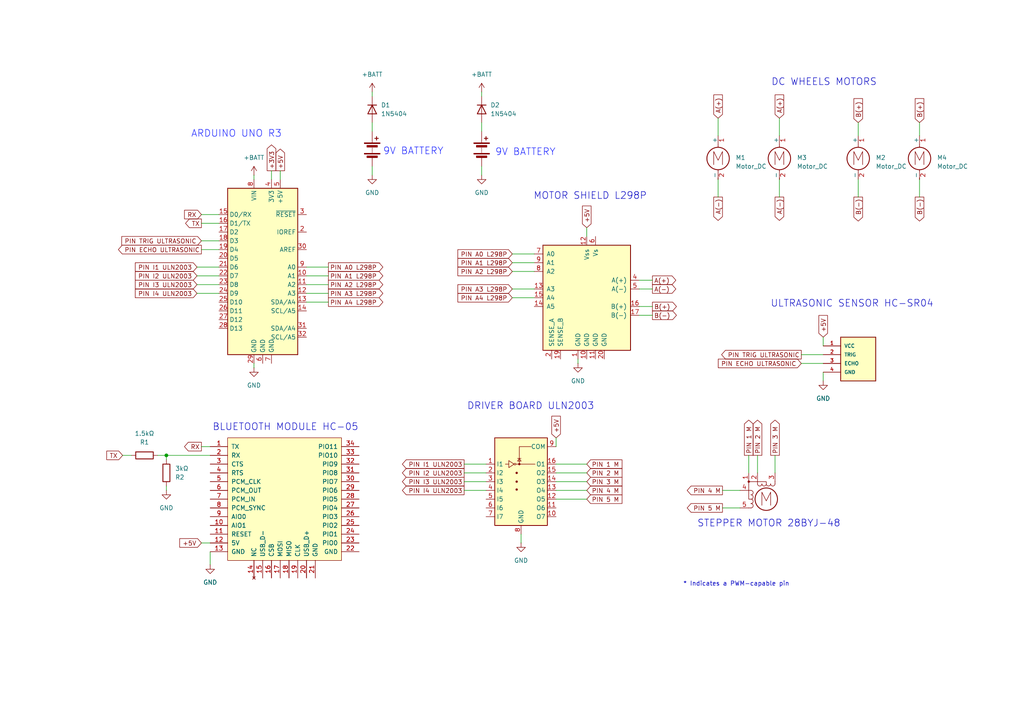
<source format=kicad_sch>
(kicad_sch
	(version 20250114)
	(generator "eeschema")
	(generator_version "9.0")
	(uuid "e63e39d7-6ac0-4ffd-8aa3-1841a4541b55")
	(paper "A4")
	(title_block
		(date "2025-03-18")
	)
	(lib_symbols
		(symbol "Device:Battery"
			(pin_numbers
				(hide yes)
			)
			(pin_names
				(offset 0)
				(hide yes)
			)
			(exclude_from_sim no)
			(in_bom yes)
			(on_board yes)
			(property "Reference" "BT"
				(at 2.54 2.54 0)
				(effects
					(font
						(size 1.27 1.27)
					)
					(justify left)
				)
			)
			(property "Value" "Battery"
				(at 2.54 0 0)
				(effects
					(font
						(size 1.27 1.27)
					)
					(justify left)
				)
			)
			(property "Footprint" ""
				(at 0 1.524 90)
				(effects
					(font
						(size 1.27 1.27)
					)
					(hide yes)
				)
			)
			(property "Datasheet" "~"
				(at 0 1.524 90)
				(effects
					(font
						(size 1.27 1.27)
					)
					(hide yes)
				)
			)
			(property "Description" "Multiple-cell battery"
				(at 0 0 0)
				(effects
					(font
						(size 1.27 1.27)
					)
					(hide yes)
				)
			)
			(property "ki_keywords" "batt voltage-source cell"
				(at 0 0 0)
				(effects
					(font
						(size 1.27 1.27)
					)
					(hide yes)
				)
			)
			(symbol "Battery_0_1"
				(rectangle
					(start -2.286 1.778)
					(end 2.286 1.524)
					(stroke
						(width 0)
						(type default)
					)
					(fill
						(type outline)
					)
				)
				(rectangle
					(start -2.286 -1.27)
					(end 2.286 -1.524)
					(stroke
						(width 0)
						(type default)
					)
					(fill
						(type outline)
					)
				)
				(rectangle
					(start -1.524 1.016)
					(end 1.524 0.508)
					(stroke
						(width 0)
						(type default)
					)
					(fill
						(type outline)
					)
				)
				(rectangle
					(start -1.524 -2.032)
					(end 1.524 -2.54)
					(stroke
						(width 0)
						(type default)
					)
					(fill
						(type outline)
					)
				)
				(polyline
					(pts
						(xy 0 1.778) (xy 0 2.54)
					)
					(stroke
						(width 0)
						(type default)
					)
					(fill
						(type none)
					)
				)
				(polyline
					(pts
						(xy 0 0) (xy 0 0.254)
					)
					(stroke
						(width 0)
						(type default)
					)
					(fill
						(type none)
					)
				)
				(polyline
					(pts
						(xy 0 -0.508) (xy 0 -0.254)
					)
					(stroke
						(width 0)
						(type default)
					)
					(fill
						(type none)
					)
				)
				(polyline
					(pts
						(xy 0 -1.016) (xy 0 -0.762)
					)
					(stroke
						(width 0)
						(type default)
					)
					(fill
						(type none)
					)
				)
				(polyline
					(pts
						(xy 0.762 3.048) (xy 1.778 3.048)
					)
					(stroke
						(width 0.254)
						(type default)
					)
					(fill
						(type none)
					)
				)
				(polyline
					(pts
						(xy 1.27 3.556) (xy 1.27 2.54)
					)
					(stroke
						(width 0.254)
						(type default)
					)
					(fill
						(type none)
					)
				)
			)
			(symbol "Battery_1_1"
				(pin passive line
					(at 0 5.08 270)
					(length 2.54)
					(name "+"
						(effects
							(font
								(size 1.27 1.27)
							)
						)
					)
					(number "1"
						(effects
							(font
								(size 1.27 1.27)
							)
						)
					)
				)
				(pin passive line
					(at 0 -5.08 90)
					(length 2.54)
					(name "-"
						(effects
							(font
								(size 1.27 1.27)
							)
						)
					)
					(number "2"
						(effects
							(font
								(size 1.27 1.27)
							)
						)
					)
				)
			)
			(embedded_fonts no)
		)
		(symbol "Device:R"
			(pin_numbers
				(hide yes)
			)
			(pin_names
				(offset 0)
			)
			(exclude_from_sim no)
			(in_bom yes)
			(on_board yes)
			(property "Reference" "R"
				(at 2.032 0 90)
				(effects
					(font
						(size 1.27 1.27)
					)
				)
			)
			(property "Value" "R"
				(at 0 0 90)
				(effects
					(font
						(size 1.27 1.27)
					)
				)
			)
			(property "Footprint" ""
				(at -1.778 0 90)
				(effects
					(font
						(size 1.27 1.27)
					)
					(hide yes)
				)
			)
			(property "Datasheet" "~"
				(at 0 0 0)
				(effects
					(font
						(size 1.27 1.27)
					)
					(hide yes)
				)
			)
			(property "Description" "Resistor"
				(at 0 0 0)
				(effects
					(font
						(size 1.27 1.27)
					)
					(hide yes)
				)
			)
			(property "ki_keywords" "R res resistor"
				(at 0 0 0)
				(effects
					(font
						(size 1.27 1.27)
					)
					(hide yes)
				)
			)
			(property "ki_fp_filters" "R_*"
				(at 0 0 0)
				(effects
					(font
						(size 1.27 1.27)
					)
					(hide yes)
				)
			)
			(symbol "R_0_1"
				(rectangle
					(start -1.016 -2.54)
					(end 1.016 2.54)
					(stroke
						(width 0.254)
						(type default)
					)
					(fill
						(type none)
					)
				)
			)
			(symbol "R_1_1"
				(pin passive line
					(at 0 3.81 270)
					(length 1.27)
					(name "~"
						(effects
							(font
								(size 1.27 1.27)
							)
						)
					)
					(number "1"
						(effects
							(font
								(size 1.27 1.27)
							)
						)
					)
				)
				(pin passive line
					(at 0 -3.81 90)
					(length 1.27)
					(name "~"
						(effects
							(font
								(size 1.27 1.27)
							)
						)
					)
					(number "2"
						(effects
							(font
								(size 1.27 1.27)
							)
						)
					)
				)
			)
			(embedded_fonts no)
		)
		(symbol "Diode:1N5404"
			(pin_numbers
				(hide yes)
			)
			(pin_names
				(hide yes)
			)
			(exclude_from_sim no)
			(in_bom yes)
			(on_board yes)
			(property "Reference" "D"
				(at 0 2.54 0)
				(effects
					(font
						(size 1.27 1.27)
					)
				)
			)
			(property "Value" "1N5404"
				(at 0 -2.54 0)
				(effects
					(font
						(size 1.27 1.27)
					)
				)
			)
			(property "Footprint" "Diode_THT:D_DO-201AD_P15.24mm_Horizontal"
				(at 0 -4.445 0)
				(effects
					(font
						(size 1.27 1.27)
					)
					(hide yes)
				)
			)
			(property "Datasheet" "http://www.vishay.com/docs/88516/1n5400.pdf"
				(at 0 0 0)
				(effects
					(font
						(size 1.27 1.27)
					)
					(hide yes)
				)
			)
			(property "Description" "400V 3A General Purpose Rectifier Diode, DO-201AD"
				(at 0 0 0)
				(effects
					(font
						(size 1.27 1.27)
					)
					(hide yes)
				)
			)
			(property "Sim.Device" "D"
				(at 0 0 0)
				(effects
					(font
						(size 1.27 1.27)
					)
					(hide yes)
				)
			)
			(property "Sim.Pins" "1=K 2=A"
				(at 0 0 0)
				(effects
					(font
						(size 1.27 1.27)
					)
					(hide yes)
				)
			)
			(property "ki_keywords" "diode"
				(at 0 0 0)
				(effects
					(font
						(size 1.27 1.27)
					)
					(hide yes)
				)
			)
			(property "ki_fp_filters" "D*DO?201AD*"
				(at 0 0 0)
				(effects
					(font
						(size 1.27 1.27)
					)
					(hide yes)
				)
			)
			(symbol "1N5404_0_1"
				(polyline
					(pts
						(xy -1.27 1.27) (xy -1.27 -1.27)
					)
					(stroke
						(width 0.254)
						(type default)
					)
					(fill
						(type none)
					)
				)
				(polyline
					(pts
						(xy 1.27 1.27) (xy 1.27 -1.27) (xy -1.27 0) (xy 1.27 1.27)
					)
					(stroke
						(width 0.254)
						(type default)
					)
					(fill
						(type none)
					)
				)
				(polyline
					(pts
						(xy 1.27 0) (xy -1.27 0)
					)
					(stroke
						(width 0)
						(type default)
					)
					(fill
						(type none)
					)
				)
			)
			(symbol "1N5404_1_1"
				(pin passive line
					(at -3.81 0 0)
					(length 2.54)
					(name "K"
						(effects
							(font
								(size 1.27 1.27)
							)
						)
					)
					(number "1"
						(effects
							(font
								(size 1.27 1.27)
							)
						)
					)
				)
				(pin passive line
					(at 3.81 0 180)
					(length 2.54)
					(name "A"
						(effects
							(font
								(size 1.27 1.27)
							)
						)
					)
					(number "2"
						(effects
							(font
								(size 1.27 1.27)
							)
						)
					)
				)
			)
			(embedded_fonts no)
		)
		(symbol "Driver_Motor:L298P"
			(pin_names
				(offset 1.016)
			)
			(exclude_from_sim no)
			(in_bom yes)
			(on_board yes)
			(property "Reference" "U3"
				(at 4.6833 20.32 0)
				(effects
					(font
						(size 1.27 1.27)
					)
					(justify left)
				)
			)
			(property "Value" "L298P"
				(at 4.6833 17.78 0)
				(effects
					(font
						(size 1.27 1.27)
					)
					(justify left)
				)
			)
			(property "Footprint" ""
				(at 3.81 6.35 0)
				(effects
					(font
						(size 1.27 1.27)
					)
					(hide yes)
				)
			)
			(property "Datasheet" "http://www.st.com/st-web-ui/static/active/en/resource/technical/document/datasheet/CD00000240.pdf"
				(at 3.81 6.35 0)
				(effects
					(font
						(size 1.27 1.27)
					)
					(hide yes)
				)
			)
			(property "Description" "Dual full bridge motor driver, up to 46V, 4A"
				(at 0 0 0)
				(effects
					(font
						(size 1.27 1.27)
					)
					(hide yes)
				)
			)
			(property "ki_keywords" "H-bridge motor driver"
				(at 0 0 0)
				(effects
					(font
						(size 1.27 1.27)
					)
					(hide yes)
				)
			)
			(symbol "L298P_0_1"
				(rectangle
					(start -12.7 15.24)
					(end 12.7 -15.24)
					(stroke
						(width 0.254)
						(type default)
					)
					(fill
						(type background)
					)
				)
			)
			(symbol "L298P_1_1"
				(pin input line
					(at -15.24 12.7 0)
					(length 2.54)
					(name "A0"
						(effects
							(font
								(size 1.27 1.27)
							)
						)
					)
					(number "7"
						(effects
							(font
								(size 1.27 1.27)
							)
						)
					)
				)
				(pin input line
					(at -15.24 10.16 0)
					(length 2.54)
					(name "A1"
						(effects
							(font
								(size 1.27 1.27)
							)
						)
					)
					(number "9"
						(effects
							(font
								(size 1.27 1.27)
							)
						)
					)
				)
				(pin input line
					(at -15.24 7.62 0)
					(length 2.54)
					(name "A2"
						(effects
							(font
								(size 1.27 1.27)
							)
						)
					)
					(number "8"
						(effects
							(font
								(size 1.27 1.27)
							)
						)
					)
				)
				(pin input line
					(at -15.24 2.54 0)
					(length 2.54)
					(name "A3"
						(effects
							(font
								(size 1.27 1.27)
							)
						)
					)
					(number "13"
						(effects
							(font
								(size 1.27 1.27)
							)
						)
					)
				)
				(pin input line
					(at -15.24 0 0)
					(length 2.54)
					(name "A4"
						(effects
							(font
								(size 1.27 1.27)
							)
						)
					)
					(number "15"
						(effects
							(font
								(size 1.27 1.27)
							)
						)
					)
				)
				(pin input line
					(at -15.24 -2.54 0)
					(length 2.54)
					(name "A5"
						(effects
							(font
								(size 1.27 1.27)
							)
						)
					)
					(number "14"
						(effects
							(font
								(size 1.27 1.27)
							)
						)
					)
				)
				(pin power_in line
					(at -10.16 -17.78 90)
					(length 2.54)
					(name "SENSE_A"
						(effects
							(font
								(size 1.27 1.27)
							)
						)
					)
					(number "2"
						(effects
							(font
								(size 1.27 1.27)
							)
						)
					)
				)
				(pin power_in line
					(at -7.62 -17.78 90)
					(length 2.54)
					(name "SENSE_B"
						(effects
							(font
								(size 1.27 1.27)
							)
						)
					)
					(number "19"
						(effects
							(font
								(size 1.27 1.27)
							)
						)
					)
				)
				(pin power_in line
					(at -2.54 -17.78 90)
					(length 2.54)
					(name "GND"
						(effects
							(font
								(size 1.27 1.27)
							)
						)
					)
					(number "1"
						(effects
							(font
								(size 1.27 1.27)
							)
						)
					)
				)
				(pin power_in line
					(at 0 17.78 270)
					(length 2.54)
					(name "Vss"
						(effects
							(font
								(size 1.27 1.27)
							)
						)
					)
					(number "12"
						(effects
							(font
								(size 1.27 1.27)
							)
						)
					)
				)
				(pin power_in line
					(at 0 -17.78 90)
					(length 2.54)
					(name "GND"
						(effects
							(font
								(size 1.27 1.27)
							)
						)
					)
					(number "10"
						(effects
							(font
								(size 1.27 1.27)
							)
						)
					)
				)
				(pin power_in line
					(at 2.54 17.78 270)
					(length 2.54)
					(name "Vs"
						(effects
							(font
								(size 1.27 1.27)
							)
						)
					)
					(number "6"
						(effects
							(font
								(size 1.27 1.27)
							)
						)
					)
				)
				(pin power_in line
					(at 2.54 -17.78 90)
					(length 2.54)
					(name "GND"
						(effects
							(font
								(size 1.27 1.27)
							)
						)
					)
					(number "11"
						(effects
							(font
								(size 1.27 1.27)
							)
						)
					)
				)
				(pin power_in line
					(at 5.08 -17.78 90)
					(length 2.54)
					(name "GND"
						(effects
							(font
								(size 1.27 1.27)
							)
						)
					)
					(number "20"
						(effects
							(font
								(size 1.27 1.27)
							)
						)
					)
				)
				(pin no_connect line
					(at 12.7 12.7 180)
					(length 2.54)
					(hide yes)
					(name "NC"
						(effects
							(font
								(size 1.27 1.27)
							)
						)
					)
					(number "3"
						(effects
							(font
								(size 1.27 1.27)
							)
						)
					)
				)
				(pin no_connect line
					(at 12.7 10.16 180)
					(length 2.54)
					(hide yes)
					(name "NC"
						(effects
							(font
								(size 1.27 1.27)
							)
						)
					)
					(number "18"
						(effects
							(font
								(size 1.27 1.27)
							)
						)
					)
				)
				(pin output line
					(at 15.24 5.08 180)
					(length 2.54)
					(name "A(+)"
						(effects
							(font
								(size 1.27 1.27)
							)
						)
					)
					(number "4"
						(effects
							(font
								(size 1.27 1.27)
							)
						)
					)
				)
				(pin output line
					(at 15.24 2.54 180)
					(length 2.54)
					(name "A(-)"
						(effects
							(font
								(size 1.27 1.27)
							)
						)
					)
					(number "5"
						(effects
							(font
								(size 1.27 1.27)
							)
						)
					)
				)
				(pin output line
					(at 15.24 -2.54 180)
					(length 2.54)
					(name "B(+)"
						(effects
							(font
								(size 1.27 1.27)
							)
						)
					)
					(number "16"
						(effects
							(font
								(size 1.27 1.27)
							)
						)
					)
				)
				(pin output line
					(at 15.24 -5.08 180)
					(length 2.54)
					(name "B(-)"
						(effects
							(font
								(size 1.27 1.27)
							)
						)
					)
					(number "17"
						(effects
							(font
								(size 1.27 1.27)
							)
						)
					)
				)
			)
			(embedded_fonts no)
		)
		(symbol "HC-SR04:HC-SR04"
			(pin_names
				(offset 1.016)
			)
			(exclude_from_sim no)
			(in_bom yes)
			(on_board yes)
			(property "Reference" "U"
				(at 0 5.0813 0)
				(effects
					(font
						(size 1.27 1.27)
					)
					(justify left bottom)
				)
			)
			(property "Value" "HC-SR04"
				(at 0 -10.163 0)
				(effects
					(font
						(size 1.27 1.27)
					)
					(justify left bottom)
				)
			)
			(property "Footprint" "HC-SR04:XCVR_HC-SR04"
				(at 0 0 0)
				(effects
					(font
						(size 1.27 1.27)
					)
					(justify bottom)
					(hide yes)
				)
			)
			(property "Datasheet" ""
				(at 0 0 0)
				(effects
					(font
						(size 1.27 1.27)
					)
					(hide yes)
				)
			)
			(property "Description" ""
				(at 0 0 0)
				(effects
					(font
						(size 1.27 1.27)
					)
					(hide yes)
				)
			)
			(property "MANUFACTURER" "Osepp"
				(at 0 0 0)
				(effects
					(font
						(size 1.27 1.27)
					)
					(justify bottom)
					(hide yes)
				)
			)
			(symbol "HC-SR04_0_0"
				(rectangle
					(start 0 -7.62)
					(end 10.16 5.08)
					(stroke
						(width 0.254)
						(type default)
					)
					(fill
						(type background)
					)
				)
				(pin power_in line
					(at -5.08 2.54 0)
					(length 5.08)
					(name "VCC"
						(effects
							(font
								(size 1.016 1.016)
							)
						)
					)
					(number "1"
						(effects
							(font
								(size 1.016 1.016)
							)
						)
					)
				)
				(pin bidirectional line
					(at -5.08 0 0)
					(length 5.08)
					(name "TRIG"
						(effects
							(font
								(size 1.016 1.016)
							)
						)
					)
					(number "2"
						(effects
							(font
								(size 1.016 1.016)
							)
						)
					)
				)
				(pin bidirectional line
					(at -5.08 -2.54 0)
					(length 5.08)
					(name "ECHO"
						(effects
							(font
								(size 1.016 1.016)
							)
						)
					)
					(number "3"
						(effects
							(font
								(size 1.016 1.016)
							)
						)
					)
				)
				(pin power_in line
					(at -5.08 -5.08 0)
					(length 5.08)
					(name "GND"
						(effects
							(font
								(size 1.016 1.016)
							)
						)
					)
					(number "4"
						(effects
							(font
								(size 1.016 1.016)
							)
						)
					)
				)
			)
			(embedded_fonts no)
		)
		(symbol "MCE_Modulos:HC-05"
			(pin_names
				(offset 1.016)
			)
			(exclude_from_sim no)
			(in_bom yes)
			(on_board yes)
			(property "Reference" "U1"
				(at 0 22.86 0)
				(effects
					(font
						(size 1.524 1.524)
					)
					(hide yes)
				)
			)
			(property "Value" "HC-05"
				(at 0 20.32 0)
				(effects
					(font
						(size 1.524 1.524)
					)
					(hide yes)
				)
			)
			(property "Footprint" ""
				(at -11.43 -5.08 0)
				(effects
					(font
						(size 1.524 1.524)
					)
					(hide yes)
				)
			)
			(property "Datasheet" ""
				(at -11.43 -5.08 0)
				(effects
					(font
						(size 1.524 1.524)
					)
					(hide yes)
				)
			)
			(property "Description" "Modulo bluetooth HC-05"
				(at 0 0 0)
				(effects
					(font
						(size 1.27 1.27)
					)
					(hide yes)
				)
			)
			(property "ki_keywords" "hc-05"
				(at 0 0 0)
				(effects
					(font
						(size 1.27 1.27)
					)
					(hide yes)
				)
			)
			(symbol "HC-05_0_1"
				(rectangle
					(start -16.51 17.78)
					(end 16.51 -17.78)
					(stroke
						(width 0)
						(type default)
					)
					(fill
						(type background)
					)
				)
			)
			(symbol "HC-05_1_1"
				(pin output line
					(at -21.59 15.24 0)
					(length 5.08)
					(name "TX"
						(effects
							(font
								(size 1.27 1.27)
							)
						)
					)
					(number "1"
						(effects
							(font
								(size 1.27 1.27)
							)
						)
					)
				)
				(pin input line
					(at -21.59 12.7 0)
					(length 5.08)
					(name "RX"
						(effects
							(font
								(size 1.27 1.27)
							)
						)
					)
					(number "2"
						(effects
							(font
								(size 1.27 1.27)
							)
						)
					)
				)
				(pin output line
					(at -21.59 10.16 0)
					(length 5.08)
					(name "CTS"
						(effects
							(font
								(size 1.27 1.27)
							)
						)
					)
					(number "3"
						(effects
							(font
								(size 1.27 1.27)
							)
						)
					)
				)
				(pin input line
					(at -21.59 7.62 0)
					(length 5.08)
					(name "RTS"
						(effects
							(font
								(size 1.27 1.27)
							)
						)
					)
					(number "4"
						(effects
							(font
								(size 1.27 1.27)
							)
						)
					)
				)
				(pin input line
					(at -21.59 5.08 0)
					(length 5.08)
					(name "PCM_CLK"
						(effects
							(font
								(size 1.27 1.27)
							)
						)
					)
					(number "5"
						(effects
							(font
								(size 1.27 1.27)
							)
						)
					)
				)
				(pin output line
					(at -21.59 2.54 0)
					(length 5.08)
					(name "PCM_OUT"
						(effects
							(font
								(size 1.27 1.27)
							)
						)
					)
					(number "6"
						(effects
							(font
								(size 1.27 1.27)
							)
						)
					)
				)
				(pin input line
					(at -21.59 0 0)
					(length 5.08)
					(name "PCM_IN"
						(effects
							(font
								(size 1.27 1.27)
							)
						)
					)
					(number "7"
						(effects
							(font
								(size 1.27 1.27)
							)
						)
					)
				)
				(pin bidirectional line
					(at -21.59 -2.54 0)
					(length 5.08)
					(name "PCM_SYNC"
						(effects
							(font
								(size 1.27 1.27)
							)
						)
					)
					(number "8"
						(effects
							(font
								(size 1.27 1.27)
							)
						)
					)
				)
				(pin bidirectional line
					(at -21.59 -5.08 0)
					(length 5.08)
					(name "AIO0"
						(effects
							(font
								(size 1.27 1.27)
							)
						)
					)
					(number "9"
						(effects
							(font
								(size 1.27 1.27)
							)
						)
					)
				)
				(pin bidirectional line
					(at -21.59 -7.62 0)
					(length 5.08)
					(name "AIO1"
						(effects
							(font
								(size 1.27 1.27)
							)
						)
					)
					(number "10"
						(effects
							(font
								(size 1.27 1.27)
							)
						)
					)
				)
				(pin input line
					(at -21.59 -10.16 0)
					(length 5.08)
					(name "RESET"
						(effects
							(font
								(size 1.27 1.27)
							)
						)
					)
					(number "11"
						(effects
							(font
								(size 1.27 1.27)
							)
						)
					)
				)
				(pin power_in line
					(at -21.59 -12.7 0)
					(length 5.08)
					(name "5V"
						(effects
							(font
								(size 1.27 1.27)
							)
						)
					)
					(number "12"
						(effects
							(font
								(size 1.27 1.27)
							)
						)
					)
				)
				(pin power_in line
					(at -21.59 -15.24 0)
					(length 5.08)
					(name "GND"
						(effects
							(font
								(size 1.27 1.27)
							)
						)
					)
					(number "13"
						(effects
							(font
								(size 1.27 1.27)
							)
						)
					)
				)
				(pin no_connect line
					(at -8.89 -22.86 90)
					(length 5.08)
					(name "NC"
						(effects
							(font
								(size 1.27 1.27)
							)
						)
					)
					(number "14"
						(effects
							(font
								(size 1.27 1.27)
							)
						)
					)
				)
				(pin output line
					(at -6.35 -22.86 90)
					(length 5.08)
					(name "USB_D-"
						(effects
							(font
								(size 1.27 1.27)
							)
						)
					)
					(number "15"
						(effects
							(font
								(size 1.27 1.27)
							)
						)
					)
				)
				(pin input line
					(at -3.81 -22.86 90)
					(length 5.08)
					(name "CSB"
						(effects
							(font
								(size 1.27 1.27)
							)
						)
					)
					(number "16"
						(effects
							(font
								(size 1.27 1.27)
							)
						)
					)
				)
				(pin input line
					(at -1.27 -22.86 90)
					(length 5.08)
					(name "MOSI"
						(effects
							(font
								(size 1.27 1.27)
							)
						)
					)
					(number "17"
						(effects
							(font
								(size 1.27 1.27)
							)
						)
					)
				)
				(pin output line
					(at 1.27 -22.86 90)
					(length 5.08)
					(name "MISO"
						(effects
							(font
								(size 1.27 1.27)
							)
						)
					)
					(number "18"
						(effects
							(font
								(size 1.27 1.27)
							)
						)
					)
				)
				(pin input line
					(at 3.81 -22.86 90)
					(length 5.08)
					(name "CLK"
						(effects
							(font
								(size 1.27 1.27)
							)
						)
					)
					(number "19"
						(effects
							(font
								(size 1.27 1.27)
							)
						)
					)
				)
				(pin input line
					(at 6.35 -22.86 90)
					(length 5.08)
					(name "USB_D+"
						(effects
							(font
								(size 1.27 1.27)
							)
						)
					)
					(number "20"
						(effects
							(font
								(size 1.27 1.27)
							)
						)
					)
				)
				(pin power_in line
					(at 8.89 -22.86 90)
					(length 5.08)
					(name "GND"
						(effects
							(font
								(size 1.27 1.27)
							)
						)
					)
					(number "21"
						(effects
							(font
								(size 1.27 1.27)
							)
						)
					)
				)
				(pin bidirectional line
					(at 21.59 15.24 180)
					(length 5.08)
					(name "PIO11"
						(effects
							(font
								(size 1.27 1.27)
							)
						)
					)
					(number "34"
						(effects
							(font
								(size 1.27 1.27)
							)
						)
					)
				)
				(pin bidirectional line
					(at 21.59 12.7 180)
					(length 5.08)
					(name "PIO10"
						(effects
							(font
								(size 1.27 1.27)
							)
						)
					)
					(number "33"
						(effects
							(font
								(size 1.27 1.27)
							)
						)
					)
				)
				(pin bidirectional line
					(at 21.59 10.16 180)
					(length 5.08)
					(name "PIO9"
						(effects
							(font
								(size 1.27 1.27)
							)
						)
					)
					(number "32"
						(effects
							(font
								(size 1.27 1.27)
							)
						)
					)
				)
				(pin bidirectional line
					(at 21.59 7.62 180)
					(length 5.08)
					(name "PIO8"
						(effects
							(font
								(size 1.27 1.27)
							)
						)
					)
					(number "31"
						(effects
							(font
								(size 1.27 1.27)
							)
						)
					)
				)
				(pin bidirectional line
					(at 21.59 5.08 180)
					(length 5.08)
					(name "PIO7"
						(effects
							(font
								(size 1.27 1.27)
							)
						)
					)
					(number "30"
						(effects
							(font
								(size 1.27 1.27)
							)
						)
					)
				)
				(pin bidirectional line
					(at 21.59 2.54 180)
					(length 5.08)
					(name "PIO6"
						(effects
							(font
								(size 1.27 1.27)
							)
						)
					)
					(number "29"
						(effects
							(font
								(size 1.27 1.27)
							)
						)
					)
				)
				(pin bidirectional line
					(at 21.59 0 180)
					(length 5.08)
					(name "PIO5"
						(effects
							(font
								(size 1.27 1.27)
							)
						)
					)
					(number "28"
						(effects
							(font
								(size 1.27 1.27)
							)
						)
					)
				)
				(pin bidirectional line
					(at 21.59 -2.54 180)
					(length 5.08)
					(name "PIO4"
						(effects
							(font
								(size 1.27 1.27)
							)
						)
					)
					(number "27"
						(effects
							(font
								(size 1.27 1.27)
							)
						)
					)
				)
				(pin bidirectional line
					(at 21.59 -5.08 180)
					(length 5.08)
					(name "PIO3"
						(effects
							(font
								(size 1.27 1.27)
							)
						)
					)
					(number "26"
						(effects
							(font
								(size 1.27 1.27)
							)
						)
					)
				)
				(pin bidirectional line
					(at 21.59 -7.62 180)
					(length 5.08)
					(name "PIO2"
						(effects
							(font
								(size 1.27 1.27)
							)
						)
					)
					(number "25"
						(effects
							(font
								(size 1.27 1.27)
							)
						)
					)
				)
				(pin bidirectional line
					(at 21.59 -10.16 180)
					(length 5.08)
					(name "PIO1"
						(effects
							(font
								(size 1.27 1.27)
							)
						)
					)
					(number "24"
						(effects
							(font
								(size 1.27 1.27)
							)
						)
					)
				)
				(pin bidirectional line
					(at 21.59 -12.7 180)
					(length 5.08)
					(name "PIO0"
						(effects
							(font
								(size 1.27 1.27)
							)
						)
					)
					(number "23"
						(effects
							(font
								(size 1.27 1.27)
							)
						)
					)
				)
				(pin power_in line
					(at 21.59 -15.24 180)
					(length 5.08)
					(name "GND"
						(effects
							(font
								(size 1.27 1.27)
							)
						)
					)
					(number "22"
						(effects
							(font
								(size 1.27 1.27)
							)
						)
					)
				)
			)
			(embedded_fonts no)
		)
		(symbol "MCU_Module:Arduino_UNO_R3"
			(exclude_from_sim no)
			(in_bom yes)
			(on_board yes)
			(property "Reference" "A"
				(at -10.16 23.495 0)
				(effects
					(font
						(size 1.27 1.27)
					)
					(justify left bottom)
				)
			)
			(property "Value" "Arduino_UNO_R3"
				(at 5.08 -26.67 0)
				(effects
					(font
						(size 1.27 1.27)
					)
					(justify left top)
				)
			)
			(property "Footprint" "Module:Arduino_UNO_R3"
				(at 0 0 0)
				(effects
					(font
						(size 1.27 1.27)
						(italic yes)
					)
					(hide yes)
				)
			)
			(property "Datasheet" "https://www.arduino.cc/en/Main/arduinoBoardUno"
				(at 0 0 0)
				(effects
					(font
						(size 1.27 1.27)
					)
					(hide yes)
				)
			)
			(property "Description" "Arduino UNO Microcontroller Module, release 3"
				(at 0 0 0)
				(effects
					(font
						(size 1.27 1.27)
					)
					(hide yes)
				)
			)
			(property "ki_keywords" "Arduino UNO R3 Microcontroller Module Atmel AVR USB"
				(at 0 0 0)
				(effects
					(font
						(size 1.27 1.27)
					)
					(hide yes)
				)
			)
			(property "ki_fp_filters" "Arduino*UNO*R3*"
				(at 0 0 0)
				(effects
					(font
						(size 1.27 1.27)
					)
					(hide yes)
				)
			)
			(symbol "Arduino_UNO_R3_0_1"
				(rectangle
					(start -10.16 22.86)
					(end 10.16 -25.4)
					(stroke
						(width 0.254)
						(type default)
					)
					(fill
						(type background)
					)
				)
			)
			(symbol "Arduino_UNO_R3_1_1"
				(pin bidirectional line
					(at -12.7 15.24 0)
					(length 2.54)
					(name "D0/RX"
						(effects
							(font
								(size 1.27 1.27)
							)
						)
					)
					(number "15"
						(effects
							(font
								(size 1.27 1.27)
							)
						)
					)
				)
				(pin bidirectional line
					(at -12.7 12.7 0)
					(length 2.54)
					(name "D1/TX"
						(effects
							(font
								(size 1.27 1.27)
							)
						)
					)
					(number "16"
						(effects
							(font
								(size 1.27 1.27)
							)
						)
					)
				)
				(pin bidirectional line
					(at -12.7 10.16 0)
					(length 2.54)
					(name "D2"
						(effects
							(font
								(size 1.27 1.27)
							)
						)
					)
					(number "17"
						(effects
							(font
								(size 1.27 1.27)
							)
						)
					)
				)
				(pin bidirectional line
					(at -12.7 7.62 0)
					(length 2.54)
					(name "D3"
						(effects
							(font
								(size 1.27 1.27)
							)
						)
					)
					(number "18"
						(effects
							(font
								(size 1.27 1.27)
							)
						)
					)
				)
				(pin bidirectional line
					(at -12.7 5.08 0)
					(length 2.54)
					(name "D4"
						(effects
							(font
								(size 1.27 1.27)
							)
						)
					)
					(number "19"
						(effects
							(font
								(size 1.27 1.27)
							)
						)
					)
				)
				(pin bidirectional line
					(at -12.7 2.54 0)
					(length 2.54)
					(name "D5"
						(effects
							(font
								(size 1.27 1.27)
							)
						)
					)
					(number "20"
						(effects
							(font
								(size 1.27 1.27)
							)
						)
					)
				)
				(pin bidirectional line
					(at -12.7 0 0)
					(length 2.54)
					(name "D6"
						(effects
							(font
								(size 1.27 1.27)
							)
						)
					)
					(number "21"
						(effects
							(font
								(size 1.27 1.27)
							)
						)
					)
				)
				(pin bidirectional line
					(at -12.7 -2.54 0)
					(length 2.54)
					(name "D7"
						(effects
							(font
								(size 1.27 1.27)
							)
						)
					)
					(number "22"
						(effects
							(font
								(size 1.27 1.27)
							)
						)
					)
				)
				(pin bidirectional line
					(at -12.7 -5.08 0)
					(length 2.54)
					(name "D8"
						(effects
							(font
								(size 1.27 1.27)
							)
						)
					)
					(number "23"
						(effects
							(font
								(size 1.27 1.27)
							)
						)
					)
				)
				(pin bidirectional line
					(at -12.7 -7.62 0)
					(length 2.54)
					(name "D9"
						(effects
							(font
								(size 1.27 1.27)
							)
						)
					)
					(number "24"
						(effects
							(font
								(size 1.27 1.27)
							)
						)
					)
				)
				(pin bidirectional line
					(at -12.7 -10.16 0)
					(length 2.54)
					(name "D10"
						(effects
							(font
								(size 1.27 1.27)
							)
						)
					)
					(number "25"
						(effects
							(font
								(size 1.27 1.27)
							)
						)
					)
				)
				(pin bidirectional line
					(at -12.7 -12.7 0)
					(length 2.54)
					(name "D11"
						(effects
							(font
								(size 1.27 1.27)
							)
						)
					)
					(number "26"
						(effects
							(font
								(size 1.27 1.27)
							)
						)
					)
				)
				(pin bidirectional line
					(at -12.7 -15.24 0)
					(length 2.54)
					(name "D12"
						(effects
							(font
								(size 1.27 1.27)
							)
						)
					)
					(number "27"
						(effects
							(font
								(size 1.27 1.27)
							)
						)
					)
				)
				(pin bidirectional line
					(at -12.7 -17.78 0)
					(length 2.54)
					(name "D13"
						(effects
							(font
								(size 1.27 1.27)
							)
						)
					)
					(number "28"
						(effects
							(font
								(size 1.27 1.27)
							)
						)
					)
				)
				(pin no_connect line
					(at -10.16 -20.32 0)
					(length 2.54)
					(hide yes)
					(name "NC"
						(effects
							(font
								(size 1.27 1.27)
							)
						)
					)
					(number "1"
						(effects
							(font
								(size 1.27 1.27)
							)
						)
					)
				)
				(pin power_in line
					(at -2.54 25.4 270)
					(length 2.54)
					(name "VIN"
						(effects
							(font
								(size 1.27 1.27)
							)
						)
					)
					(number "8"
						(effects
							(font
								(size 1.27 1.27)
							)
						)
					)
				)
				(pin power_in line
					(at -2.54 -27.94 90)
					(length 2.54)
					(name "GND"
						(effects
							(font
								(size 1.27 1.27)
							)
						)
					)
					(number "29"
						(effects
							(font
								(size 1.27 1.27)
							)
						)
					)
				)
				(pin power_in line
					(at 0 -27.94 90)
					(length 2.54)
					(name "GND"
						(effects
							(font
								(size 1.27 1.27)
							)
						)
					)
					(number "6"
						(effects
							(font
								(size 1.27 1.27)
							)
						)
					)
				)
				(pin power_out line
					(at 2.54 25.4 270)
					(length 2.54)
					(name "3V3"
						(effects
							(font
								(size 1.27 1.27)
							)
						)
					)
					(number "4"
						(effects
							(font
								(size 1.27 1.27)
							)
						)
					)
				)
				(pin power_in line
					(at 2.54 -27.94 90)
					(length 2.54)
					(name "GND"
						(effects
							(font
								(size 1.27 1.27)
							)
						)
					)
					(number "7"
						(effects
							(font
								(size 1.27 1.27)
							)
						)
					)
				)
				(pin power_out line
					(at 5.08 25.4 270)
					(length 2.54)
					(name "+5V"
						(effects
							(font
								(size 1.27 1.27)
							)
						)
					)
					(number "5"
						(effects
							(font
								(size 1.27 1.27)
							)
						)
					)
				)
				(pin input line
					(at 12.7 15.24 180)
					(length 2.54)
					(name "~{RESET}"
						(effects
							(font
								(size 1.27 1.27)
							)
						)
					)
					(number "3"
						(effects
							(font
								(size 1.27 1.27)
							)
						)
					)
				)
				(pin output line
					(at 12.7 10.16 180)
					(length 2.54)
					(name "IOREF"
						(effects
							(font
								(size 1.27 1.27)
							)
						)
					)
					(number "2"
						(effects
							(font
								(size 1.27 1.27)
							)
						)
					)
				)
				(pin input line
					(at 12.7 5.08 180)
					(length 2.54)
					(name "AREF"
						(effects
							(font
								(size 1.27 1.27)
							)
						)
					)
					(number "30"
						(effects
							(font
								(size 1.27 1.27)
							)
						)
					)
				)
				(pin bidirectional line
					(at 12.7 0 180)
					(length 2.54)
					(name "A0"
						(effects
							(font
								(size 1.27 1.27)
							)
						)
					)
					(number "9"
						(effects
							(font
								(size 1.27 1.27)
							)
						)
					)
				)
				(pin bidirectional line
					(at 12.7 -2.54 180)
					(length 2.54)
					(name "A1"
						(effects
							(font
								(size 1.27 1.27)
							)
						)
					)
					(number "10"
						(effects
							(font
								(size 1.27 1.27)
							)
						)
					)
				)
				(pin bidirectional line
					(at 12.7 -5.08 180)
					(length 2.54)
					(name "A2"
						(effects
							(font
								(size 1.27 1.27)
							)
						)
					)
					(number "11"
						(effects
							(font
								(size 1.27 1.27)
							)
						)
					)
				)
				(pin bidirectional line
					(at 12.7 -7.62 180)
					(length 2.54)
					(name "A3"
						(effects
							(font
								(size 1.27 1.27)
							)
						)
					)
					(number "12"
						(effects
							(font
								(size 1.27 1.27)
							)
						)
					)
				)
				(pin bidirectional line
					(at 12.7 -10.16 180)
					(length 2.54)
					(name "SDA/A4"
						(effects
							(font
								(size 1.27 1.27)
							)
						)
					)
					(number "13"
						(effects
							(font
								(size 1.27 1.27)
							)
						)
					)
				)
				(pin bidirectional line
					(at 12.7 -12.7 180)
					(length 2.54)
					(name "SCL/A5"
						(effects
							(font
								(size 1.27 1.27)
							)
						)
					)
					(number "14"
						(effects
							(font
								(size 1.27 1.27)
							)
						)
					)
				)
				(pin bidirectional line
					(at 12.7 -17.78 180)
					(length 2.54)
					(name "SDA/A4"
						(effects
							(font
								(size 1.27 1.27)
							)
						)
					)
					(number "31"
						(effects
							(font
								(size 1.27 1.27)
							)
						)
					)
				)
				(pin bidirectional line
					(at 12.7 -20.32 180)
					(length 2.54)
					(name "SCL/A5"
						(effects
							(font
								(size 1.27 1.27)
							)
						)
					)
					(number "32"
						(effects
							(font
								(size 1.27 1.27)
							)
						)
					)
				)
			)
			(embedded_fonts no)
		)
		(symbol "Motor:Motor_DC"
			(pin_names
				(offset 0)
			)
			(exclude_from_sim no)
			(in_bom yes)
			(on_board yes)
			(property "Reference" "M"
				(at 2.54 2.54 0)
				(effects
					(font
						(size 1.27 1.27)
					)
					(justify left)
				)
			)
			(property "Value" "Motor_DC"
				(at 2.54 -5.08 0)
				(effects
					(font
						(size 1.27 1.27)
					)
					(justify left top)
				)
			)
			(property "Footprint" ""
				(at 0 -2.286 0)
				(effects
					(font
						(size 1.27 1.27)
					)
					(hide yes)
				)
			)
			(property "Datasheet" "~"
				(at 0 -2.286 0)
				(effects
					(font
						(size 1.27 1.27)
					)
					(hide yes)
				)
			)
			(property "Description" "DC Motor"
				(at 0 0 0)
				(effects
					(font
						(size 1.27 1.27)
					)
					(hide yes)
				)
			)
			(property "ki_keywords" "DC Motor"
				(at 0 0 0)
				(effects
					(font
						(size 1.27 1.27)
					)
					(hide yes)
				)
			)
			(property "ki_fp_filters" "PinHeader*P2.54mm* TerminalBlock*"
				(at 0 0 0)
				(effects
					(font
						(size 1.27 1.27)
					)
					(hide yes)
				)
			)
			(symbol "Motor_DC_0_0"
				(polyline
					(pts
						(xy -1.27 -3.302) (xy -1.27 0.508) (xy 0 -2.032) (xy 1.27 0.508) (xy 1.27 -3.302)
					)
					(stroke
						(width 0)
						(type default)
					)
					(fill
						(type none)
					)
				)
			)
			(symbol "Motor_DC_0_1"
				(polyline
					(pts
						(xy 0 2.032) (xy 0 2.54)
					)
					(stroke
						(width 0)
						(type default)
					)
					(fill
						(type none)
					)
				)
				(polyline
					(pts
						(xy 0 1.7272) (xy 0 2.0828)
					)
					(stroke
						(width 0)
						(type default)
					)
					(fill
						(type none)
					)
				)
				(circle
					(center 0 -1.524)
					(radius 3.2512)
					(stroke
						(width 0.254)
						(type default)
					)
					(fill
						(type none)
					)
				)
				(polyline
					(pts
						(xy 0 -4.7752) (xy 0 -5.1816)
					)
					(stroke
						(width 0)
						(type default)
					)
					(fill
						(type none)
					)
				)
				(polyline
					(pts
						(xy 0 -7.62) (xy 0 -7.112)
					)
					(stroke
						(width 0)
						(type default)
					)
					(fill
						(type none)
					)
				)
			)
			(symbol "Motor_DC_1_1"
				(pin passive line
					(at 0 5.08 270)
					(length 2.54)
					(name "+"
						(effects
							(font
								(size 1.27 1.27)
							)
						)
					)
					(number "1"
						(effects
							(font
								(size 1.27 1.27)
							)
						)
					)
				)
				(pin passive line
					(at 0 -7.62 90)
					(length 2.54)
					(name "-"
						(effects
							(font
								(size 1.27 1.27)
							)
						)
					)
					(number "2"
						(effects
							(font
								(size 1.27 1.27)
							)
						)
					)
				)
			)
			(embedded_fonts no)
		)
		(symbol "Motor:Stepper_Motor_unipolar_5pin"
			(pin_names
				(offset 0)
				(hide yes)
			)
			(exclude_from_sim no)
			(in_bom yes)
			(on_board yes)
			(property "Reference" "M"
				(at 3.81 2.54 0)
				(effects
					(font
						(size 1.27 1.27)
					)
					(justify left)
				)
			)
			(property "Value" "Stepper_Motor_unipolar_5pin"
				(at 3.81 1.27 0)
				(effects
					(font
						(size 1.27 1.27)
					)
					(justify left top)
				)
			)
			(property "Footprint" ""
				(at 0.254 -0.254 0)
				(effects
					(font
						(size 1.27 1.27)
					)
					(hide yes)
				)
			)
			(property "Datasheet" "http://www.infineon.com/dgdl/Application-Note-TLE8110EE_driving_UniPolarStepperMotor_V1.1.pdf?fileId=db3a30431be39b97011be5d0aa0a00b0"
				(at 0.254 -0.254 0)
				(effects
					(font
						(size 1.27 1.27)
					)
					(hide yes)
				)
			)
			(property "Description" "5-wire unipolar stepper motor"
				(at 0 0 0)
				(effects
					(font
						(size 1.27 1.27)
					)
					(hide yes)
				)
			)
			(property "ki_keywords" "unipolar stepper motor"
				(at 0 0 0)
				(effects
					(font
						(size 1.27 1.27)
					)
					(hide yes)
				)
			)
			(property "ki_fp_filters" "PinHeader*P2.54mm* TerminalBlock*"
				(at 0 0 0)
				(effects
					(font
						(size 1.27 1.27)
					)
					(hide yes)
				)
			)
			(symbol "Stepper_Motor_unipolar_5pin_0_0"
				(polyline
					(pts
						(xy -1.27 -1.778) (xy -1.27 2.032) (xy 0 -0.508) (xy 1.27 2.032) (xy 1.27 -1.778)
					)
					(stroke
						(width 0)
						(type default)
					)
					(fill
						(type none)
					)
				)
			)
			(symbol "Stepper_Motor_unipolar_5pin_0_1"
				(circle
					(center -5.08 5.08)
					(radius 0.0001)
					(stroke
						(width 0)
						(type default)
					)
					(fill
						(type outline)
					)
				)
				(circle
					(center -5.08 5.08)
					(radius 0.254)
					(stroke
						(width 0)
						(type default)
					)
					(fill
						(type outline)
					)
				)
				(polyline
					(pts
						(xy -5.08 5.08) (xy -5.08 0) (xy -4.445 0)
					)
					(stroke
						(width 0)
						(type default)
					)
					(fill
						(type none)
					)
				)
				(polyline
					(pts
						(xy -5.08 2.54) (xy -4.445 2.54)
					)
					(stroke
						(width 0)
						(type default)
					)
					(fill
						(type none)
					)
				)
				(polyline
					(pts
						(xy -5.08 -2.54) (xy -4.445 -2.54)
					)
					(stroke
						(width 0)
						(type default)
					)
					(fill
						(type none)
					)
				)
				(arc
					(start -4.445 2.54)
					(mid -3.8127 1.905)
					(end -4.445 1.27)
					(stroke
						(width 0)
						(type default)
					)
					(fill
						(type none)
					)
				)
				(arc
					(start -4.445 1.27)
					(mid -3.8127 0.635)
					(end -4.445 0)
					(stroke
						(width 0)
						(type default)
					)
					(fill
						(type none)
					)
				)
				(arc
					(start -4.445 0)
					(mid -3.8127 -0.635)
					(end -4.445 -1.27)
					(stroke
						(width 0)
						(type default)
					)
					(fill
						(type none)
					)
				)
				(arc
					(start -4.445 -1.27)
					(mid -3.8127 -1.905)
					(end -4.445 -2.54)
					(stroke
						(width 0)
						(type default)
					)
					(fill
						(type none)
					)
				)
				(polyline
					(pts
						(xy -2.54 4.445) (xy -2.54 5.08)
					)
					(stroke
						(width 0)
						(type default)
					)
					(fill
						(type none)
					)
				)
				(arc
					(start -1.27 4.445)
					(mid -1.905 3.8127)
					(end -2.54 4.445)
					(stroke
						(width 0)
						(type default)
					)
					(fill
						(type none)
					)
				)
				(arc
					(start 0 4.445)
					(mid -0.635 3.8127)
					(end -1.27 4.445)
					(stroke
						(width 0)
						(type default)
					)
					(fill
						(type none)
					)
				)
				(polyline
					(pts
						(xy 0 4.445) (xy 0 5.08) (xy -5.08 5.08)
					)
					(stroke
						(width 0)
						(type default)
					)
					(fill
						(type none)
					)
				)
				(circle
					(center 0 0)
					(radius 3.2512)
					(stroke
						(width 0.254)
						(type default)
					)
					(fill
						(type none)
					)
				)
				(arc
					(start 1.27 4.445)
					(mid 0.635 3.8127)
					(end 0 4.445)
					(stroke
						(width 0)
						(type default)
					)
					(fill
						(type none)
					)
				)
				(arc
					(start 2.54 4.445)
					(mid 1.905 3.8127)
					(end 1.27 4.445)
					(stroke
						(width 0)
						(type default)
					)
					(fill
						(type none)
					)
				)
				(polyline
					(pts
						(xy 2.54 4.445) (xy 2.54 5.08)
					)
					(stroke
						(width 0)
						(type default)
					)
					(fill
						(type none)
					)
				)
			)
			(symbol "Stepper_Motor_unipolar_5pin_1_1"
				(pin passive line
					(at -7.62 2.54 0)
					(length 2.54)
					(name "~"
						(effects
							(font
								(size 1.27 1.27)
							)
						)
					)
					(number "4"
						(effects
							(font
								(size 1.27 1.27)
							)
						)
					)
				)
				(pin passive line
					(at -7.62 -2.54 0)
					(length 2.54)
					(name "~"
						(effects
							(font
								(size 1.27 1.27)
							)
						)
					)
					(number "5"
						(effects
							(font
								(size 1.27 1.27)
							)
						)
					)
				)
				(pin passive line
					(at -5.08 7.62 270)
					(length 2.54)
					(name "~"
						(effects
							(font
								(size 1.27 1.27)
							)
						)
					)
					(number "1"
						(effects
							(font
								(size 1.27 1.27)
							)
						)
					)
				)
				(pin passive line
					(at -2.54 7.62 270)
					(length 2.54)
					(name "~"
						(effects
							(font
								(size 1.27 1.27)
							)
						)
					)
					(number "2"
						(effects
							(font
								(size 1.27 1.27)
							)
						)
					)
				)
				(pin passive line
					(at 2.54 7.62 270)
					(length 2.54)
					(name "-"
						(effects
							(font
								(size 1.27 1.27)
							)
						)
					)
					(number "3"
						(effects
							(font
								(size 1.27 1.27)
							)
						)
					)
				)
			)
			(embedded_fonts no)
		)
		(symbol "R_1"
			(pin_numbers
				(hide yes)
			)
			(pin_names
				(offset 0)
			)
			(exclude_from_sim no)
			(in_bom yes)
			(on_board yes)
			(property "Reference" "2kΩ"
				(at 2.54 1.2701 0)
				(effects
					(font
						(size 1.27 1.27)
					)
					(justify left)
				)
			)
			(property "Value" "R"
				(at 2.54 -1.2699 0)
				(effects
					(font
						(size 1.27 1.27)
					)
					(justify left)
				)
			)
			(property "Footprint" ""
				(at -1.778 0 90)
				(effects
					(font
						(size 1.27 1.27)
					)
					(hide yes)
				)
			)
			(property "Datasheet" "~"
				(at 0 0 0)
				(effects
					(font
						(size 1.27 1.27)
					)
					(hide yes)
				)
			)
			(property "Description" "Resistor"
				(at 0 0 0)
				(effects
					(font
						(size 1.27 1.27)
					)
					(hide yes)
				)
			)
			(property "ki_keywords" "R res resistor"
				(at 0 0 0)
				(effects
					(font
						(size 1.27 1.27)
					)
					(hide yes)
				)
			)
			(property "ki_fp_filters" "R_*"
				(at 0 0 0)
				(effects
					(font
						(size 1.27 1.27)
					)
					(hide yes)
				)
			)
			(symbol "R_1_0_1"
				(rectangle
					(start -1.016 -2.54)
					(end 1.016 2.54)
					(stroke
						(width 0.254)
						(type default)
					)
					(fill
						(type none)
					)
				)
			)
			(symbol "R_1_1_1"
				(pin passive line
					(at 0 3.81 270)
					(length 1.27)
					(name "~"
						(effects
							(font
								(size 1.27 1.27)
							)
						)
					)
					(number "1"
						(effects
							(font
								(size 1.27 1.27)
							)
						)
					)
				)
				(pin passive line
					(at 0 -3.81 90)
					(length 1.27)
					(name "~"
						(effects
							(font
								(size 1.27 1.27)
							)
						)
					)
					(number "2"
						(effects
							(font
								(size 1.27 1.27)
							)
						)
					)
				)
			)
			(embedded_fonts no)
		)
		(symbol "StepperDriver-cache:ULN2003A"
			(exclude_from_sim no)
			(in_bom yes)
			(on_board yes)
			(property "Reference" "U"
				(at 0 15.875 0)
				(effects
					(font
						(size 1.27 1.27)
					)
				)
			)
			(property "Value" "ULN2003A"
				(at 0 13.97 0)
				(effects
					(font
						(size 1.27 1.27)
					)
				)
			)
			(property "Footprint" ""
				(at 1.27 -13.97 0)
				(effects
					(font
						(size 1.27 1.27)
					)
					(justify left)
					(hide yes)
				)
			)
			(property "Datasheet" ""
				(at 2.54 -5.08 0)
				(effects
					(font
						(size 1.27 1.27)
					)
					(hide yes)
				)
			)
			(property "Description" ""
				(at 0 0 0)
				(effects
					(font
						(size 1.27 1.27)
					)
					(hide yes)
				)
			)
			(property "ki_fp_filters" "DIP*W7.62mm* SOIC*3.9x9.9mm*P1.27mm* SSOP*4.4x5.2mm*P0.65mm* TSSOP*4.4x5mm*P0.65mm* SOIC*W*5.3x10.2mm*P1.27mm*"
				(at 0 0 0)
				(effects
					(font
						(size 1.27 1.27)
					)
					(hide yes)
				)
			)
			(symbol "ULN2003A_0_1"
				(rectangle
					(start -7.62 -12.7)
					(end 7.62 12.7)
					(stroke
						(width 0.254)
						(type solid)
					)
					(fill
						(type background)
					)
				)
				(polyline
					(pts
						(xy -4.572 5.08) (xy -3.556 5.08)
					)
					(stroke
						(width 0)
						(type solid)
					)
					(fill
						(type none)
					)
				)
				(polyline
					(pts
						(xy -3.556 6.096) (xy -3.556 4.064) (xy -2.032 5.08) (xy -3.556 6.096)
					)
					(stroke
						(width 0)
						(type solid)
					)
					(fill
						(type none)
					)
				)
				(circle
					(center -1.778 5.08)
					(radius 0.254)
					(stroke
						(width 0)
						(type solid)
					)
					(fill
						(type none)
					)
				)
				(polyline
					(pts
						(xy -1.524 5.08) (xy 4.064 5.08)
					)
					(stroke
						(width 0)
						(type solid)
					)
					(fill
						(type none)
					)
				)
				(circle
					(center -1.27 2.54)
					(radius 0.254)
					(stroke
						(width 0)
						(type solid)
					)
					(fill
						(type outline)
					)
				)
				(circle
					(center -1.27 0)
					(radius 0.254)
					(stroke
						(width 0)
						(type solid)
					)
					(fill
						(type outline)
					)
				)
				(circle
					(center -1.27 -2.286)
					(radius 0.254)
					(stroke
						(width 0)
						(type solid)
					)
					(fill
						(type outline)
					)
				)
				(circle
					(center -0.508 5.08)
					(radius 0.254)
					(stroke
						(width 0)
						(type solid)
					)
					(fill
						(type outline)
					)
				)
				(polyline
					(pts
						(xy -0.508 5.08) (xy -0.508 10.16) (xy 2.921 10.16)
					)
					(stroke
						(width 0)
						(type solid)
					)
					(fill
						(type none)
					)
				)
				(polyline
					(pts
						(xy 0 6.731) (xy -1.016 6.731)
					)
					(stroke
						(width 0)
						(type solid)
					)
					(fill
						(type none)
					)
				)
				(polyline
					(pts
						(xy 0 5.969) (xy -1.016 5.969) (xy -0.508 6.731) (xy 0 5.969)
					)
					(stroke
						(width 0)
						(type solid)
					)
					(fill
						(type none)
					)
				)
			)
			(symbol "ULN2003A_1_1"
				(pin input line
					(at -10.16 5.08 0)
					(length 2.54)
					(name "I1"
						(effects
							(font
								(size 1.27 1.27)
							)
						)
					)
					(number "1"
						(effects
							(font
								(size 1.27 1.27)
							)
						)
					)
				)
				(pin input line
					(at -10.16 2.54 0)
					(length 2.54)
					(name "I2"
						(effects
							(font
								(size 1.27 1.27)
							)
						)
					)
					(number "2"
						(effects
							(font
								(size 1.27 1.27)
							)
						)
					)
				)
				(pin input line
					(at -10.16 0 0)
					(length 2.54)
					(name "I3"
						(effects
							(font
								(size 1.27 1.27)
							)
						)
					)
					(number "3"
						(effects
							(font
								(size 1.27 1.27)
							)
						)
					)
				)
				(pin input line
					(at -10.16 -2.54 0)
					(length 2.54)
					(name "I4"
						(effects
							(font
								(size 1.27 1.27)
							)
						)
					)
					(number "4"
						(effects
							(font
								(size 1.27 1.27)
							)
						)
					)
				)
				(pin input line
					(at -10.16 -5.08 0)
					(length 2.54)
					(name "I5"
						(effects
							(font
								(size 1.27 1.27)
							)
						)
					)
					(number "5"
						(effects
							(font
								(size 1.27 1.27)
							)
						)
					)
				)
				(pin input line
					(at -10.16 -7.62 0)
					(length 2.54)
					(name "I6"
						(effects
							(font
								(size 1.27 1.27)
							)
						)
					)
					(number "6"
						(effects
							(font
								(size 1.27 1.27)
							)
						)
					)
				)
				(pin input line
					(at -10.16 -10.16 0)
					(length 2.54)
					(name "I7"
						(effects
							(font
								(size 1.27 1.27)
							)
						)
					)
					(number "7"
						(effects
							(font
								(size 1.27 1.27)
							)
						)
					)
				)
				(pin power_in line
					(at 0 -15.24 90)
					(length 2.54)
					(name "GND"
						(effects
							(font
								(size 1.27 1.27)
							)
						)
					)
					(number "8"
						(effects
							(font
								(size 1.27 1.27)
							)
						)
					)
				)
				(pin passive line
					(at 10.16 10.16 180)
					(length 2.54)
					(name "COM"
						(effects
							(font
								(size 1.27 1.27)
							)
						)
					)
					(number "9"
						(effects
							(font
								(size 1.27 1.27)
							)
						)
					)
				)
				(pin open_collector line
					(at 10.16 5.08 180)
					(length 2.54)
					(name "O1"
						(effects
							(font
								(size 1.27 1.27)
							)
						)
					)
					(number "16"
						(effects
							(font
								(size 1.27 1.27)
							)
						)
					)
				)
				(pin open_collector line
					(at 10.16 2.54 180)
					(length 2.54)
					(name "O2"
						(effects
							(font
								(size 1.27 1.27)
							)
						)
					)
					(number "15"
						(effects
							(font
								(size 1.27 1.27)
							)
						)
					)
				)
				(pin open_collector line
					(at 10.16 0 180)
					(length 2.54)
					(name "O3"
						(effects
							(font
								(size 1.27 1.27)
							)
						)
					)
					(number "14"
						(effects
							(font
								(size 1.27 1.27)
							)
						)
					)
				)
				(pin open_collector line
					(at 10.16 -2.54 180)
					(length 2.54)
					(name "O4"
						(effects
							(font
								(size 1.27 1.27)
							)
						)
					)
					(number "13"
						(effects
							(font
								(size 1.27 1.27)
							)
						)
					)
				)
				(pin open_collector line
					(at 10.16 -5.08 180)
					(length 2.54)
					(name "O5"
						(effects
							(font
								(size 1.27 1.27)
							)
						)
					)
					(number "12"
						(effects
							(font
								(size 1.27 1.27)
							)
						)
					)
				)
				(pin open_collector line
					(at 10.16 -7.62 180)
					(length 2.54)
					(name "O6"
						(effects
							(font
								(size 1.27 1.27)
							)
						)
					)
					(number "11"
						(effects
							(font
								(size 1.27 1.27)
							)
						)
					)
				)
				(pin open_collector line
					(at 10.16 -10.16 180)
					(length 2.54)
					(name "O7"
						(effects
							(font
								(size 1.27 1.27)
							)
						)
					)
					(number "10"
						(effects
							(font
								(size 1.27 1.27)
							)
						)
					)
				)
			)
			(embedded_fonts no)
		)
		(symbol "power:+BATT"
			(power)
			(pin_numbers
				(hide yes)
			)
			(pin_names
				(offset 0)
				(hide yes)
			)
			(exclude_from_sim no)
			(in_bom yes)
			(on_board yes)
			(property "Reference" "#PWR"
				(at 0 -3.81 0)
				(effects
					(font
						(size 1.27 1.27)
					)
					(hide yes)
				)
			)
			(property "Value" "+BATT"
				(at 0 3.556 0)
				(effects
					(font
						(size 1.27 1.27)
					)
				)
			)
			(property "Footprint" ""
				(at 0 0 0)
				(effects
					(font
						(size 1.27 1.27)
					)
					(hide yes)
				)
			)
			(property "Datasheet" ""
				(at 0 0 0)
				(effects
					(font
						(size 1.27 1.27)
					)
					(hide yes)
				)
			)
			(property "Description" "Power symbol creates a global label with name \"+BATT\""
				(at 0 0 0)
				(effects
					(font
						(size 1.27 1.27)
					)
					(hide yes)
				)
			)
			(property "ki_keywords" "global power battery"
				(at 0 0 0)
				(effects
					(font
						(size 1.27 1.27)
					)
					(hide yes)
				)
			)
			(symbol "+BATT_0_1"
				(polyline
					(pts
						(xy -0.762 1.27) (xy 0 2.54)
					)
					(stroke
						(width 0)
						(type default)
					)
					(fill
						(type none)
					)
				)
				(polyline
					(pts
						(xy 0 2.54) (xy 0.762 1.27)
					)
					(stroke
						(width 0)
						(type default)
					)
					(fill
						(type none)
					)
				)
				(polyline
					(pts
						(xy 0 0) (xy 0 2.54)
					)
					(stroke
						(width 0)
						(type default)
					)
					(fill
						(type none)
					)
				)
			)
			(symbol "+BATT_1_1"
				(pin power_in line
					(at 0 0 90)
					(length 0)
					(name "~"
						(effects
							(font
								(size 1.27 1.27)
							)
						)
					)
					(number "1"
						(effects
							(font
								(size 1.27 1.27)
							)
						)
					)
				)
			)
			(embedded_fonts no)
		)
		(symbol "power:GND"
			(power)
			(pin_numbers
				(hide yes)
			)
			(pin_names
				(offset 0)
				(hide yes)
			)
			(exclude_from_sim no)
			(in_bom yes)
			(on_board yes)
			(property "Reference" "#PWR"
				(at 0 -6.35 0)
				(effects
					(font
						(size 1.27 1.27)
					)
					(hide yes)
				)
			)
			(property "Value" "GND"
				(at 0 -3.81 0)
				(effects
					(font
						(size 1.27 1.27)
					)
				)
			)
			(property "Footprint" ""
				(at 0 0 0)
				(effects
					(font
						(size 1.27 1.27)
					)
					(hide yes)
				)
			)
			(property "Datasheet" ""
				(at 0 0 0)
				(effects
					(font
						(size 1.27 1.27)
					)
					(hide yes)
				)
			)
			(property "Description" "Power symbol creates a global label with name \"GND\" , ground"
				(at 0 0 0)
				(effects
					(font
						(size 1.27 1.27)
					)
					(hide yes)
				)
			)
			(property "ki_keywords" "global power"
				(at 0 0 0)
				(effects
					(font
						(size 1.27 1.27)
					)
					(hide yes)
				)
			)
			(symbol "GND_0_1"
				(polyline
					(pts
						(xy 0 0) (xy 0 -1.27) (xy 1.27 -1.27) (xy 0 -2.54) (xy -1.27 -1.27) (xy 0 -1.27)
					)
					(stroke
						(width 0)
						(type default)
					)
					(fill
						(type none)
					)
				)
			)
			(symbol "GND_1_1"
				(pin power_in line
					(at 0 0 270)
					(length 0)
					(name "~"
						(effects
							(font
								(size 1.27 1.27)
							)
						)
					)
					(number "1"
						(effects
							(font
								(size 1.27 1.27)
							)
						)
					)
				)
			)
			(embedded_fonts no)
		)
	)
	(text "DC WHEELS MOTORS"
		(exclude_from_sim no)
		(at 239.014 23.876 0)
		(effects
			(font
				(size 2 2)
			)
		)
		(uuid "0593038e-0e8c-4783-90a5-aa851826910a")
	)
	(text "BLUETOOTH MODULE HC-05\n"
		(exclude_from_sim no)
		(at 82.804 123.952 0)
		(effects
			(font
				(size 2 2)
			)
		)
		(uuid "85b98cc8-7b49-4dc6-b58d-19e0e2309f17")
	)
	(text "ARDUINO UNO R3"
		(exclude_from_sim no)
		(at 68.58 38.862 0)
		(effects
			(font
				(size 2 2)
				(color 15 24 255 1)
			)
		)
		(uuid "8cf115d0-7d8f-4c09-a5af-33a6fba407bf")
	)
	(text "MOTOR SHIELD L298P\n"
		(exclude_from_sim no)
		(at 171.196 56.896 0)
		(effects
			(font
				(size 2 2)
			)
		)
		(uuid "a2625de3-0596-4fdf-b050-b3be5b3d81c3")
	)
	(text "STEPPER MOTOR 28BYJ-48\n"
		(exclude_from_sim no)
		(at 223.012 151.892 0)
		(effects
			(font
				(size 2 2)
			)
		)
		(uuid "a390babe-c437-4c49-b1e3-5b0f9ee0b447")
	)
	(text "9V BATTERY\n"
		(exclude_from_sim no)
		(at 119.888 43.942 0)
		(effects
			(font
				(size 2 2)
				(color 15 24 255 1)
			)
		)
		(uuid "ae66ab5f-ca30-4b27-a42c-c27cb634655a")
	)
	(text "ULTRASONIC SENSOR HC-SR04\n"
		(exclude_from_sim no)
		(at 247.142 88.138 0)
		(effects
			(font
				(size 2 2)
			)
		)
		(uuid "b0c0d248-01ad-4a5c-9760-af8bcfaf6d70")
	)
	(text "* Indicates a PWM-capable pin"
		(exclude_from_sim no)
		(at 198.12 170.18 0)
		(effects
			(font
				(size 1.27 1.27)
			)
			(justify left bottom)
		)
		(uuid "c364973a-9a67-4667-8185-a3a5c6c6cbdf")
	)
	(text "9V BATTERY\n"
		(exclude_from_sim no)
		(at 152.4 44.196 0)
		(effects
			(font
				(size 2 2)
				(color 15 24 255 1)
			)
		)
		(uuid "d8edd879-dd74-49b1-8226-203426527bda")
	)
	(text "DRIVER BOARD ULN2003\n"
		(exclude_from_sim no)
		(at 153.924 117.856 0)
		(effects
			(font
				(size 2 2)
			)
		)
		(uuid "e3bbb1f9-5acb-43cc-a0fb-2e475491f625")
	)
	(junction
		(at 48.26 132.08)
		(diameter 0)
		(color 0 0 0 0)
		(uuid "e2a59134-f255-4b51-a928-42384a9a7026")
	)
	(wire
		(pts
			(xy 266.7 52.07) (xy 266.7 57.15)
		)
		(stroke
			(width 0)
			(type default)
		)
		(uuid "0239da60-bd54-496e-a6be-53a170d6e313")
	)
	(wire
		(pts
			(xy 167.64 104.14) (xy 167.64 105.41)
		)
		(stroke
			(width 0)
			(type default)
		)
		(uuid "02b205d6-8f55-4adb-8867-51ba455dbfe2")
	)
	(wire
		(pts
			(xy 88.9 82.55) (xy 95.25 82.55)
		)
		(stroke
			(width 0)
			(type default)
		)
		(uuid "03e8c864-3cc8-4421-8eca-7b6e3f6dfd60")
	)
	(wire
		(pts
			(xy 58.42 157.48) (xy 60.96 157.48)
		)
		(stroke
			(width 0)
			(type default)
		)
		(uuid "05e9d627-2e01-40fa-8574-14e0ab2104db")
	)
	(wire
		(pts
			(xy 57.15 82.55) (xy 63.5 82.55)
		)
		(stroke
			(width 0)
			(type default)
		)
		(uuid "14f79d35-cbf1-41a4-b6b5-e4c28cc24701")
	)
	(wire
		(pts
			(xy 148.59 78.74) (xy 154.94 78.74)
		)
		(stroke
			(width 0)
			(type default)
		)
		(uuid "16dfb80f-8699-44fb-8b3e-b7aa747c3c9a")
	)
	(wire
		(pts
			(xy 185.42 81.28) (xy 189.23 81.28)
		)
		(stroke
			(width 0)
			(type default)
		)
		(uuid "1701a53e-2de7-4fd5-8362-55a465669c16")
	)
	(wire
		(pts
			(xy 224.79 132.08) (xy 224.79 137.16)
		)
		(stroke
			(width 0)
			(type default)
		)
		(uuid "199b22b8-c506-41fc-b3a2-2aac87b28759")
	)
	(wire
		(pts
			(xy 151.13 154.94) (xy 151.13 157.48)
		)
		(stroke
			(width 0)
			(type default)
		)
		(uuid "1fd934aa-8fdf-42d1-b3c2-ac5c46d3d663")
	)
	(wire
		(pts
			(xy 248.92 52.07) (xy 248.92 57.15)
		)
		(stroke
			(width 0)
			(type default)
		)
		(uuid "24c4903e-0f6b-4400-aad3-80d6c39a1a36")
	)
	(wire
		(pts
			(xy 185.42 91.44) (xy 189.23 91.44)
		)
		(stroke
			(width 0)
			(type default)
		)
		(uuid "2547fe21-9e40-406e-a266-5776005f6998")
	)
	(wire
		(pts
			(xy 57.15 80.01) (xy 63.5 80.01)
		)
		(stroke
			(width 0)
			(type default)
		)
		(uuid "26035f5f-96b9-4eef-ab18-d02bff6b4344")
	)
	(wire
		(pts
			(xy 134.62 139.7) (xy 140.97 139.7)
		)
		(stroke
			(width 0)
			(type default)
		)
		(uuid "2af9f99d-c68d-4ba6-adad-3061e9fde90e")
	)
	(wire
		(pts
			(xy 88.9 77.47) (xy 95.25 77.47)
		)
		(stroke
			(width 0)
			(type default)
		)
		(uuid "35a881c9-fcf0-45a4-8374-2015b0c52c44")
	)
	(wire
		(pts
			(xy 208.28 34.29) (xy 208.28 39.37)
		)
		(stroke
			(width 0)
			(type default)
		)
		(uuid "425e6135-1d0f-4eec-a146-f08eab0d43f0")
	)
	(wire
		(pts
			(xy 170.18 66.04) (xy 170.18 68.58)
		)
		(stroke
			(width 0)
			(type default)
		)
		(uuid "42bbd115-8ef0-4448-9e62-719abb42770a")
	)
	(wire
		(pts
			(xy 107.95 48.26) (xy 107.95 50.8)
		)
		(stroke
			(width 0)
			(type default)
		)
		(uuid "4c0b42d2-00d9-45d5-869a-04f363b39b20")
	)
	(wire
		(pts
			(xy 226.06 52.07) (xy 226.06 57.15)
		)
		(stroke
			(width 0)
			(type default)
		)
		(uuid "4c101da9-7875-4046-87cd-9d904862ef75")
	)
	(wire
		(pts
			(xy 78.74 49.53) (xy 78.74 52.07)
		)
		(stroke
			(width 0)
			(type default)
		)
		(uuid "4cd2a94a-d37c-4c1c-b278-6f0b870f3f5b")
	)
	(wire
		(pts
			(xy 35.56 132.08) (xy 38.1 132.08)
		)
		(stroke
			(width 0)
			(type default)
		)
		(uuid "4d6ca066-4113-44fc-a17f-9907f3f55519")
	)
	(wire
		(pts
			(xy 134.62 134.62) (xy 140.97 134.62)
		)
		(stroke
			(width 0)
			(type default)
		)
		(uuid "4f2d439f-1e19-40da-8d2d-699691ddf689")
	)
	(wire
		(pts
			(xy 88.9 80.01) (xy 95.25 80.01)
		)
		(stroke
			(width 0)
			(type default)
		)
		(uuid "51666c51-1fd8-474a-ba7d-7b6a85ac9926")
	)
	(wire
		(pts
			(xy 107.95 26.67) (xy 107.95 27.94)
		)
		(stroke
			(width 0)
			(type default)
		)
		(uuid "51cc09d0-4efd-456f-8d8f-2a95ae50a410")
	)
	(wire
		(pts
			(xy 266.7 35.56) (xy 266.7 39.37)
		)
		(stroke
			(width 0)
			(type default)
		)
		(uuid "53567443-c5f8-44a2-b071-9c87157c2ef1")
	)
	(wire
		(pts
			(xy 248.92 35.56) (xy 248.92 39.37)
		)
		(stroke
			(width 0)
			(type default)
		)
		(uuid "578767c2-5092-481b-99c7-860d5707372c")
	)
	(wire
		(pts
			(xy 238.76 97.79) (xy 238.76 100.33)
		)
		(stroke
			(width 0)
			(type default)
		)
		(uuid "58806edc-58b4-4bb4-8998-90c03923eb41")
	)
	(wire
		(pts
			(xy 139.7 48.26) (xy 139.7 50.8)
		)
		(stroke
			(width 0)
			(type default)
		)
		(uuid "5aa14b44-9c77-4555-9507-9b31ebde97de")
	)
	(wire
		(pts
			(xy 60.96 160.02) (xy 60.96 163.83)
		)
		(stroke
			(width 0)
			(type default)
		)
		(uuid "61d4ca85-3fde-4195-bbf6-c980b4a4f510")
	)
	(wire
		(pts
			(xy 238.76 107.95) (xy 238.76 110.49)
		)
		(stroke
			(width 0)
			(type default)
		)
		(uuid "6334e38d-07fc-4212-88f3-e7be4ae26544")
	)
	(wire
		(pts
			(xy 148.59 83.82) (xy 154.94 83.82)
		)
		(stroke
			(width 0)
			(type default)
		)
		(uuid "642733bb-fee1-4a57-8d64-6851b214a7d9")
	)
	(wire
		(pts
			(xy 58.42 69.85) (xy 63.5 69.85)
		)
		(stroke
			(width 0)
			(type default)
		)
		(uuid "6d98eef1-ab7e-4306-a8a2-640b3dac0329")
	)
	(wire
		(pts
			(xy 161.29 142.24) (xy 170.18 142.24)
		)
		(stroke
			(width 0)
			(type default)
		)
		(uuid "71390fcd-0eed-4927-b6b5-b025e24fd095")
	)
	(wire
		(pts
			(xy 57.15 85.09) (xy 63.5 85.09)
		)
		(stroke
			(width 0)
			(type default)
		)
		(uuid "71925722-9ad7-4013-ba0c-ec88e1dd7d6d")
	)
	(wire
		(pts
			(xy 57.15 77.47) (xy 63.5 77.47)
		)
		(stroke
			(width 0)
			(type default)
		)
		(uuid "72ca267b-6c4b-43b7-b65f-bd175dd9f9c2")
	)
	(wire
		(pts
			(xy 208.28 52.07) (xy 208.28 57.15)
		)
		(stroke
			(width 0)
			(type default)
		)
		(uuid "7bd04fce-f816-4575-bf90-e7d11c646336")
	)
	(wire
		(pts
			(xy 73.66 105.41) (xy 73.66 106.68)
		)
		(stroke
			(width 0)
			(type default)
		)
		(uuid "8a822a65-f357-4c3e-9f93-66d4cf5dede6")
	)
	(wire
		(pts
			(xy 217.17 132.08) (xy 217.17 137.16)
		)
		(stroke
			(width 0)
			(type default)
		)
		(uuid "8b9e540c-0f07-46f5-9da5-627ad1ed9ac1")
	)
	(wire
		(pts
			(xy 209.55 147.32) (xy 214.63 147.32)
		)
		(stroke
			(width 0)
			(type default)
		)
		(uuid "8eec3908-f0f2-49a4-9396-8038d2fb7b25")
	)
	(wire
		(pts
			(xy 58.42 62.23) (xy 63.5 62.23)
		)
		(stroke
			(width 0)
			(type default)
		)
		(uuid "90c32d6d-48ba-44b8-a7bd-fe47ac9e44f3")
	)
	(wire
		(pts
			(xy 88.9 85.09) (xy 95.25 85.09)
		)
		(stroke
			(width 0)
			(type default)
		)
		(uuid "91fe8d99-2a4b-4c9b-b975-9210f2755f63")
	)
	(wire
		(pts
			(xy 226.06 34.29) (xy 226.06 39.37)
		)
		(stroke
			(width 0)
			(type default)
		)
		(uuid "97809cb0-cea5-4e53-9fe1-cd2863138d86")
	)
	(wire
		(pts
			(xy 232.41 102.87) (xy 238.76 102.87)
		)
		(stroke
			(width 0)
			(type default)
		)
		(uuid "9894b78c-6208-441f-a78b-0a6f752a4de2")
	)
	(wire
		(pts
			(xy 73.66 50.8) (xy 73.66 52.07)
		)
		(stroke
			(width 0)
			(type default)
		)
		(uuid "9d538b64-a122-4ff8-b419-dc37e2c66939")
	)
	(wire
		(pts
			(xy 161.29 144.78) (xy 170.18 144.78)
		)
		(stroke
			(width 0)
			(type default)
		)
		(uuid "9ef23a19-d843-4675-adff-61362906691c")
	)
	(wire
		(pts
			(xy 134.62 142.24) (xy 140.97 142.24)
		)
		(stroke
			(width 0)
			(type default)
		)
		(uuid "a5170b3d-3376-48a2-aab9-c927a66a1b3b")
	)
	(wire
		(pts
			(xy 139.7 26.67) (xy 139.7 27.94)
		)
		(stroke
			(width 0)
			(type default)
		)
		(uuid "a69a2163-941f-4cea-a5d9-3d8a4a860cb9")
	)
	(wire
		(pts
			(xy 209.55 142.24) (xy 214.63 142.24)
		)
		(stroke
			(width 0)
			(type default)
		)
		(uuid "a87c3526-b7b4-46a5-a801-b5c21816f064")
	)
	(wire
		(pts
			(xy 58.42 64.77) (xy 63.5 64.77)
		)
		(stroke
			(width 0)
			(type default)
		)
		(uuid "aa02cfe8-b9ea-4f3b-8a78-3e0e1cf013dd")
	)
	(wire
		(pts
			(xy 161.29 127) (xy 161.29 129.54)
		)
		(stroke
			(width 0)
			(type default)
		)
		(uuid "abf37a3a-162c-41d1-bb80-47b58ebe2797")
	)
	(wire
		(pts
			(xy 107.95 35.56) (xy 107.95 38.1)
		)
		(stroke
			(width 0)
			(type default)
		)
		(uuid "afc53997-f829-4541-b7bd-742cc937e2a7")
	)
	(wire
		(pts
			(xy 148.59 86.36) (xy 154.94 86.36)
		)
		(stroke
			(width 0)
			(type default)
		)
		(uuid "b72ed0b3-cdd2-4231-a647-a8145e3215dc")
	)
	(wire
		(pts
			(xy 232.41 105.41) (xy 238.76 105.41)
		)
		(stroke
			(width 0)
			(type default)
		)
		(uuid "c27d7e72-be41-4d95-a1cb-12e281dc51bd")
	)
	(wire
		(pts
			(xy 148.59 73.66) (xy 154.94 73.66)
		)
		(stroke
			(width 0)
			(type default)
		)
		(uuid "c5abf810-a7b5-49f6-b18a-b53619fce709")
	)
	(wire
		(pts
			(xy 185.42 83.82) (xy 189.23 83.82)
		)
		(stroke
			(width 0)
			(type default)
		)
		(uuid "ca45bf2a-9387-46dd-a424-5e48d757a8e1")
	)
	(wire
		(pts
			(xy 88.9 87.63) (xy 95.25 87.63)
		)
		(stroke
			(width 0)
			(type default)
		)
		(uuid "cb6ab40a-0ef1-431d-9963-33279712169f")
	)
	(wire
		(pts
			(xy 185.42 88.9) (xy 189.23 88.9)
		)
		(stroke
			(width 0)
			(type default)
		)
		(uuid "d0669fdb-c772-4aa1-a738-cd4d1cf08cf7")
	)
	(wire
		(pts
			(xy 148.59 76.2) (xy 154.94 76.2)
		)
		(stroke
			(width 0)
			(type default)
		)
		(uuid "d0b41bd3-4420-470f-b712-07e50863de76")
	)
	(wire
		(pts
			(xy 48.26 140.97) (xy 48.26 142.24)
		)
		(stroke
			(width 0)
			(type default)
		)
		(uuid "d7ca76ba-3c65-4163-9763-4466e5fe1ac8")
	)
	(wire
		(pts
			(xy 58.42 129.54) (xy 60.96 129.54)
		)
		(stroke
			(width 0)
			(type default)
		)
		(uuid "d7d03a45-f19f-4480-ba8f-b70147fd6a43")
	)
	(wire
		(pts
			(xy 134.62 137.16) (xy 140.97 137.16)
		)
		(stroke
			(width 0)
			(type default)
		)
		(uuid "da2a099a-626c-4833-951e-2b52eb1d18cd")
	)
	(wire
		(pts
			(xy 219.71 132.08) (xy 219.71 137.16)
		)
		(stroke
			(width 0)
			(type default)
		)
		(uuid "da8c56fb-790a-481d-968d-fc2e5a45e523")
	)
	(wire
		(pts
			(xy 45.72 132.08) (xy 48.26 132.08)
		)
		(stroke
			(width 0)
			(type default)
		)
		(uuid "dee452df-cfd4-47d0-8d8d-b35681b59456")
	)
	(wire
		(pts
			(xy 81.28 49.53) (xy 81.28 52.07)
		)
		(stroke
			(width 0)
			(type default)
		)
		(uuid "e21d1d7a-5640-4275-a15e-7aa96e4fe1b4")
	)
	(wire
		(pts
			(xy 139.7 35.56) (xy 139.7 38.1)
		)
		(stroke
			(width 0)
			(type default)
		)
		(uuid "e2b60f86-7009-4ca3-805d-caa491304a2d")
	)
	(wire
		(pts
			(xy 58.42 72.39) (xy 63.5 72.39)
		)
		(stroke
			(width 0)
			(type default)
		)
		(uuid "e31001ed-32b4-48e9-92e8-cc9c12c382d5")
	)
	(wire
		(pts
			(xy 48.26 132.08) (xy 48.26 133.35)
		)
		(stroke
			(width 0)
			(type default)
		)
		(uuid "e4c6c72c-c6e9-42b8-baf6-40770f93b7b9")
	)
	(wire
		(pts
			(xy 161.29 134.62) (xy 170.18 134.62)
		)
		(stroke
			(width 0)
			(type default)
		)
		(uuid "e56fab8f-06c1-42a1-8c14-a7c3275d4a8d")
	)
	(wire
		(pts
			(xy 161.29 137.16) (xy 170.18 137.16)
		)
		(stroke
			(width 0)
			(type default)
		)
		(uuid "e8fb2fba-f9c3-40fc-9691-b85c0eed9e1b")
	)
	(wire
		(pts
			(xy 161.29 139.7) (xy 170.18 139.7)
		)
		(stroke
			(width 0)
			(type default)
		)
		(uuid "ec943631-19c9-4860-b154-f042cb39c5fb")
	)
	(wire
		(pts
			(xy 48.26 132.08) (xy 60.96 132.08)
		)
		(stroke
			(width 0)
			(type default)
		)
		(uuid "f178a03e-8231-4f6a-a495-5682426be8c3")
	)
	(global_label "B(+)"
		(shape input)
		(at 248.92 35.56 90)
		(fields_autoplaced yes)
		(effects
			(font
				(size 1.27 1.27)
			)
			(justify left)
		)
		(uuid "03c01bfa-8355-4c91-bcb2-47e07d766412")
		(property "Intersheetrefs" "${INTERSHEET_REFS}"
			(at 248.92 27.9439 90)
			(effects
				(font
					(size 1.27 1.27)
				)
				(justify left)
				(hide yes)
			)
		)
	)
	(global_label "+5V"
		(shape input)
		(at 238.76 97.79 90)
		(fields_autoplaced yes)
		(effects
			(font
				(size 1.27 1.27)
			)
			(justify left)
		)
		(uuid "04784514-a990-415c-85b0-199876e95d3c")
		(property "Intersheetrefs" "${INTERSHEET_REFS}"
			(at 238.76 90.8392 90)
			(effects
				(font
					(size 1.27 1.27)
				)
				(justify left)
				(hide yes)
			)
		)
	)
	(global_label "TX"
		(shape output)
		(at 58.42 64.77 180)
		(fields_autoplaced yes)
		(effects
			(font
				(size 1.27 1.27)
			)
			(justify right)
		)
		(uuid "07569edf-ae1c-4f45-aec9-f066beed95f0")
		(property "Intersheetrefs" "${INTERSHEET_REFS}"
			(at 53.1626 64.77 0)
			(effects
				(font
					(size 1.27 1.27)
				)
				(justify right)
				(hide yes)
			)
		)
	)
	(global_label "PIN A2 L298P"
		(shape output)
		(at 95.25 82.55 0)
		(fields_autoplaced yes)
		(effects
			(font
				(size 1.27 1.27)
			)
			(justify left)
		)
		(uuid "080bc754-6bf8-4c55-a8e5-96268e2efb55")
		(property "Intersheetrefs" "${INTERSHEET_REFS}"
			(at 111.6955 82.55 0)
			(effects
				(font
					(size 1.27 1.27)
				)
				(justify left)
				(hide yes)
			)
		)
	)
	(global_label "PIN I2 ULN2003"
		(shape output)
		(at 134.62 137.16 180)
		(fields_autoplaced yes)
		(effects
			(font
				(size 1.27 1.27)
			)
			(justify right)
		)
		(uuid "0944d954-50c0-4efd-8850-043b35e578d9")
		(property "Intersheetrefs" "${INTERSHEET_REFS}"
			(at 116.0578 137.16 0)
			(effects
				(font
					(size 1.27 1.27)
				)
				(justify right)
				(hide yes)
			)
		)
	)
	(global_label "A(-)"
		(shape output)
		(at 189.23 83.82 0)
		(fields_autoplaced yes)
		(effects
			(font
				(size 1.27 1.27)
			)
			(justify left)
		)
		(uuid "0e79c1d0-21c6-4d9c-9631-37ce770ac489")
		(property "Intersheetrefs" "${INTERSHEET_REFS}"
			(at 196.6647 83.82 0)
			(effects
				(font
					(size 1.27 1.27)
				)
				(justify left)
				(hide yes)
			)
		)
	)
	(global_label "PIN I4 ULN2003"
		(shape output)
		(at 134.62 142.24 180)
		(fields_autoplaced yes)
		(effects
			(font
				(size 1.27 1.27)
			)
			(justify right)
		)
		(uuid "1d301c69-5617-4251-987b-5c5fda035193")
		(property "Intersheetrefs" "${INTERSHEET_REFS}"
			(at 116.0578 142.24 0)
			(effects
				(font
					(size 1.27 1.27)
				)
				(justify right)
				(hide yes)
			)
		)
	)
	(global_label "PIN A2 L298P"
		(shape input)
		(at 148.59 78.74 180)
		(fields_autoplaced yes)
		(effects
			(font
				(size 1.27 1.27)
			)
			(justify right)
		)
		(uuid "20baa185-2eea-41c7-8802-640869760f49")
		(property "Intersheetrefs" "${INTERSHEET_REFS}"
			(at 132.1445 78.74 0)
			(effects
				(font
					(size 1.27 1.27)
				)
				(justify right)
				(hide yes)
			)
		)
	)
	(global_label "PIN A4 L298P"
		(shape input)
		(at 148.59 86.36 180)
		(fields_autoplaced yes)
		(effects
			(font
				(size 1.27 1.27)
			)
			(justify right)
		)
		(uuid "2abf2a46-0af1-49d3-b461-9a5bbdc820b0")
		(property "Intersheetrefs" "${INTERSHEET_REFS}"
			(at 132.1445 86.36 0)
			(effects
				(font
					(size 1.27 1.27)
				)
				(justify right)
				(hide yes)
			)
		)
	)
	(global_label "PIN I1 ULN2003"
		(shape input)
		(at 57.15 77.47 180)
		(fields_autoplaced yes)
		(effects
			(font
				(size 1.27 1.27)
			)
			(justify right)
		)
		(uuid "2ac6334b-c23a-491c-8542-455068089794")
		(property "Intersheetrefs" "${INTERSHEET_REFS}"
			(at 38.5878 77.47 0)
			(effects
				(font
					(size 1.27 1.27)
				)
				(justify right)
				(hide yes)
			)
		)
	)
	(global_label "A(+)"
		(shape input)
		(at 226.06 34.29 90)
		(fields_autoplaced yes)
		(effects
			(font
				(size 1.27 1.27)
			)
			(justify left)
		)
		(uuid "39f4af1c-dc88-4cea-af66-260a228a2680")
		(property "Intersheetrefs" "${INTERSHEET_REFS}"
			(at 226.06 26.8553 90)
			(effects
				(font
					(size 1.27 1.27)
				)
				(justify left)
				(hide yes)
			)
		)
	)
	(global_label "PIN A4 L298P"
		(shape output)
		(at 95.25 87.63 0)
		(fields_autoplaced yes)
		(effects
			(font
				(size 1.27 1.27)
			)
			(justify left)
		)
		(uuid "42d74ba3-0d39-4db1-8571-14ee05c8e334")
		(property "Intersheetrefs" "${INTERSHEET_REFS}"
			(at 111.6955 87.63 0)
			(effects
				(font
					(size 1.27 1.27)
				)
				(justify left)
				(hide yes)
			)
		)
	)
	(global_label "RX"
		(shape input)
		(at 58.42 62.23 180)
		(fields_autoplaced yes)
		(effects
			(font
				(size 1.27 1.27)
			)
			(justify right)
		)
		(uuid "4489df99-51fe-49fc-8cf1-3dc5c8388df2")
		(property "Intersheetrefs" "${INTERSHEET_REFS}"
			(at 52.8602 62.23 0)
			(effects
				(font
					(size 1.27 1.27)
				)
				(justify right)
				(hide yes)
			)
		)
	)
	(global_label "PIN I1 ULN2003"
		(shape output)
		(at 134.62 134.62 180)
		(fields_autoplaced yes)
		(effects
			(font
				(size 1.27 1.27)
			)
			(justify right)
		)
		(uuid "466efe2b-aa92-492a-955c-6feb27855ae4")
		(property "Intersheetrefs" "${INTERSHEET_REFS}"
			(at 116.0578 134.62 0)
			(effects
				(font
					(size 1.27 1.27)
				)
				(justify right)
				(hide yes)
			)
		)
	)
	(global_label "B(-)"
		(shape output)
		(at 248.92 57.15 270)
		(fields_autoplaced yes)
		(effects
			(font
				(size 1.27 1.27)
			)
			(justify right)
		)
		(uuid "4f2dc3bc-51cd-4621-8c64-36e78be11db0")
		(property "Intersheetrefs" "${INTERSHEET_REFS}"
			(at 248.92 64.7661 90)
			(effects
				(font
					(size 1.27 1.27)
				)
				(justify right)
				(hide yes)
			)
		)
	)
	(global_label "RX"
		(shape output)
		(at 58.42 129.54 180)
		(fields_autoplaced yes)
		(effects
			(font
				(size 1.27 1.27)
			)
			(justify right)
		)
		(uuid "4f6013a0-8096-45bf-81b2-0de45514059d")
		(property "Intersheetrefs" "${INTERSHEET_REFS}"
			(at 52.8602 129.54 0)
			(effects
				(font
					(size 1.27 1.27)
				)
				(justify right)
				(hide yes)
			)
		)
	)
	(global_label "PIN 3 M"
		(shape input)
		(at 170.18 139.7 0)
		(fields_autoplaced yes)
		(effects
			(font
				(size 1.27 1.27)
			)
			(justify left)
		)
		(uuid "5771f323-8bb0-4008-95e1-e8b2a87c7d42")
		(property "Intersheetrefs" "${INTERSHEET_REFS}"
			(at 181.0617 139.7 0)
			(effects
				(font
					(size 1.27 1.27)
				)
				(justify left)
				(hide yes)
			)
		)
	)
	(global_label "PIN A3 L298P"
		(shape output)
		(at 95.25 85.09 0)
		(fields_autoplaced yes)
		(effects
			(font
				(size 1.27 1.27)
			)
			(justify left)
		)
		(uuid "5839e77e-6ced-4c8c-b743-6dd6b712e1f2")
		(property "Intersheetrefs" "${INTERSHEET_REFS}"
			(at 111.6955 85.09 0)
			(effects
				(font
					(size 1.27 1.27)
				)
				(justify left)
				(hide yes)
			)
		)
	)
	(global_label "PIN I3 ULN2003"
		(shape output)
		(at 134.62 139.7 180)
		(fields_autoplaced yes)
		(effects
			(font
				(size 1.27 1.27)
			)
			(justify right)
		)
		(uuid "58ff7dcd-ebd2-43e2-988a-1f79d7e23eda")
		(property "Intersheetrefs" "${INTERSHEET_REFS}"
			(at 116.0578 139.7 0)
			(effects
				(font
					(size 1.27 1.27)
				)
				(justify right)
				(hide yes)
			)
		)
	)
	(global_label "PIN 2 M"
		(shape output)
		(at 219.71 132.08 90)
		(fields_autoplaced yes)
		(effects
			(font
				(size 1.27 1.27)
			)
			(justify left)
		)
		(uuid "5d4af8ae-d0df-4223-a296-dc201cb8608e")
		(property "Intersheetrefs" "${INTERSHEET_REFS}"
			(at 219.71 121.1983 90)
			(effects
				(font
					(size 1.27 1.27)
				)
				(justify left)
				(hide yes)
			)
		)
	)
	(global_label "PIN A1 L298P"
		(shape input)
		(at 148.59 76.2 180)
		(fields_autoplaced yes)
		(effects
			(font
				(size 1.27 1.27)
			)
			(justify right)
		)
		(uuid "68635a09-72bd-4ae8-ac89-f0e3f3692cad")
		(property "Intersheetrefs" "${INTERSHEET_REFS}"
			(at 132.1445 76.2 0)
			(effects
				(font
					(size 1.27 1.27)
				)
				(justify right)
				(hide yes)
			)
		)
	)
	(global_label "PIN 5 M"
		(shape output)
		(at 209.55 147.32 180)
		(fields_autoplaced yes)
		(effects
			(font
				(size 1.27 1.27)
			)
			(justify right)
		)
		(uuid "705e6bfe-31a9-4adf-a820-64b4c6a0be1b")
		(property "Intersheetrefs" "${INTERSHEET_REFS}"
			(at 198.6683 147.32 0)
			(effects
				(font
					(size 1.27 1.27)
				)
				(justify right)
				(hide yes)
			)
		)
	)
	(global_label "A(-)"
		(shape output)
		(at 226.06 57.15 270)
		(fields_autoplaced yes)
		(effects
			(font
				(size 1.27 1.27)
			)
			(justify right)
		)
		(uuid "725af993-29d9-4fb3-b880-62ba821d7c73")
		(property "Intersheetrefs" "${INTERSHEET_REFS}"
			(at 226.06 64.5847 90)
			(effects
				(font
					(size 1.27 1.27)
				)
				(justify right)
				(hide yes)
			)
		)
	)
	(global_label "TX"
		(shape input)
		(at 35.56 132.08 180)
		(fields_autoplaced yes)
		(effects
			(font
				(size 1.27 1.27)
			)
			(justify right)
		)
		(uuid "73801847-53fa-409c-b237-db8cd0514bd9")
		(property "Intersheetrefs" "${INTERSHEET_REFS}"
			(at 30.3026 132.08 0)
			(effects
				(font
					(size 1.27 1.27)
				)
				(justify right)
				(hide yes)
			)
		)
	)
	(global_label "+3V3"
		(shape output)
		(at 78.74 49.53 90)
		(fields_autoplaced yes)
		(effects
			(font
				(size 1.27 1.27)
			)
			(justify left)
		)
		(uuid "758fed21-fdac-451a-830c-73e335ea6a90")
		(property "Intersheetrefs" "${INTERSHEET_REFS}"
			(at 78.74 41.3697 90)
			(effects
				(font
					(size 1.27 1.27)
				)
				(justify left)
				(hide yes)
			)
		)
	)
	(global_label "PIN 3 M"
		(shape output)
		(at 224.79 132.08 90)
		(fields_autoplaced yes)
		(effects
			(font
				(size 1.27 1.27)
			)
			(justify left)
		)
		(uuid "7a4a4817-a38c-451d-964f-40fb8f20d506")
		(property "Intersheetrefs" "${INTERSHEET_REFS}"
			(at 224.79 121.1983 90)
			(effects
				(font
					(size 1.27 1.27)
				)
				(justify left)
				(hide yes)
			)
		)
	)
	(global_label "B(+)"
		(shape input)
		(at 266.7 35.56 90)
		(fields_autoplaced yes)
		(effects
			(font
				(size 1.27 1.27)
			)
			(justify left)
		)
		(uuid "7da8c6f9-b402-40fc-9cc1-b934364421b6")
		(property "Intersheetrefs" "${INTERSHEET_REFS}"
			(at 266.7 27.9439 90)
			(effects
				(font
					(size 1.27 1.27)
				)
				(justify left)
				(hide yes)
			)
		)
	)
	(global_label "A(+)"
		(shape input)
		(at 208.28 34.29 90)
		(fields_autoplaced yes)
		(effects
			(font
				(size 1.27 1.27)
			)
			(justify left)
		)
		(uuid "7de065a2-946c-46bb-b489-633750021946")
		(property "Intersheetrefs" "${INTERSHEET_REFS}"
			(at 208.28 26.8553 90)
			(effects
				(font
					(size 1.27 1.27)
				)
				(justify left)
				(hide yes)
			)
		)
	)
	(global_label "PIN I2 ULN2003"
		(shape input)
		(at 57.15 80.01 180)
		(fields_autoplaced yes)
		(effects
			(font
				(size 1.27 1.27)
			)
			(justify right)
		)
		(uuid "827ea64b-29dc-4ce9-9848-6d8a7e23e696")
		(property "Intersheetrefs" "${INTERSHEET_REFS}"
			(at 38.5878 80.01 0)
			(effects
				(font
					(size 1.27 1.27)
				)
				(justify right)
				(hide yes)
			)
		)
	)
	(global_label "PIN 4 M"
		(shape output)
		(at 209.55 142.24 180)
		(fields_autoplaced yes)
		(effects
			(font
				(size 1.27 1.27)
			)
			(justify right)
		)
		(uuid "8637b361-bf94-4ab2-926d-e0602b418c5d")
		(property "Intersheetrefs" "${INTERSHEET_REFS}"
			(at 198.6683 142.24 0)
			(effects
				(font
					(size 1.27 1.27)
				)
				(justify right)
				(hide yes)
			)
		)
	)
	(global_label "+5V"
		(shape input)
		(at 161.29 127 90)
		(fields_autoplaced yes)
		(effects
			(font
				(size 1.27 1.27)
			)
			(justify left)
		)
		(uuid "8ad17dda-2f63-4793-9f05-18c3081817b2")
		(property "Intersheetrefs" "${INTERSHEET_REFS}"
			(at 161.29 120.0492 90)
			(effects
				(font
					(size 1.27 1.27)
				)
				(justify left)
				(hide yes)
			)
		)
	)
	(global_label "+5V"
		(shape input)
		(at 170.18 66.04 90)
		(fields_autoplaced yes)
		(effects
			(font
				(size 1.27 1.27)
			)
			(justify left)
		)
		(uuid "8c3ec576-16ca-462d-945a-2cdbd255105a")
		(property "Intersheetrefs" "${INTERSHEET_REFS}"
			(at 170.18 59.0892 90)
			(effects
				(font
					(size 1.27 1.27)
				)
				(justify left)
				(hide yes)
			)
		)
	)
	(global_label "PIN I4 ULN2003"
		(shape input)
		(at 57.15 85.09 180)
		(fields_autoplaced yes)
		(effects
			(font
				(size 1.27 1.27)
			)
			(justify right)
		)
		(uuid "947ec5f8-7cad-4ff0-8742-2701ae265d1f")
		(property "Intersheetrefs" "${INTERSHEET_REFS}"
			(at 38.5878 85.09 0)
			(effects
				(font
					(size 1.27 1.27)
				)
				(justify right)
				(hide yes)
			)
		)
	)
	(global_label "+5V"
		(shape output)
		(at 81.28 49.53 90)
		(fields_autoplaced yes)
		(effects
			(font
				(size 1.27 1.27)
			)
			(justify left)
		)
		(uuid "9c8ab296-544a-4514-b935-9db7a22ef3a8")
		(property "Intersheetrefs" "${INTERSHEET_REFS}"
			(at 81.28 42.5792 90)
			(effects
				(font
					(size 1.27 1.27)
				)
				(justify left)
				(hide yes)
			)
		)
	)
	(global_label "A(+)"
		(shape output)
		(at 189.23 81.28 0)
		(fields_autoplaced yes)
		(effects
			(font
				(size 1.27 1.27)
			)
			(justify left)
		)
		(uuid "9cc4f0ce-ba81-47d7-a320-735d4bd04796")
		(property "Intersheetrefs" "${INTERSHEET_REFS}"
			(at 196.6647 81.28 0)
			(effects
				(font
					(size 1.27 1.27)
				)
				(justify left)
				(hide yes)
			)
		)
	)
	(global_label "A(-)"
		(shape output)
		(at 208.28 57.15 270)
		(fields_autoplaced yes)
		(effects
			(font
				(size 1.27 1.27)
			)
			(justify right)
		)
		(uuid "a3ba5871-803f-4d39-8ac8-4d607f9da6bc")
		(property "Intersheetrefs" "${INTERSHEET_REFS}"
			(at 208.28 64.5847 90)
			(effects
				(font
					(size 1.27 1.27)
				)
				(justify right)
				(hide yes)
			)
		)
	)
	(global_label "B(-)"
		(shape output)
		(at 189.23 91.44 0)
		(fields_autoplaced yes)
		(effects
			(font
				(size 1.27 1.27)
			)
			(justify left)
		)
		(uuid "a42a229a-b34e-47a2-b721-861c3d7a77a2")
		(property "Intersheetrefs" "${INTERSHEET_REFS}"
			(at 196.8461 91.44 0)
			(effects
				(font
					(size 1.27 1.27)
				)
				(justify left)
				(hide yes)
			)
		)
	)
	(global_label "PIN 4 M"
		(shape input)
		(at 170.18 142.24 0)
		(fields_autoplaced yes)
		(effects
			(font
				(size 1.27 1.27)
			)
			(justify left)
		)
		(uuid "a6007aff-57e1-4490-b41d-73427fe00aa2")
		(property "Intersheetrefs" "${INTERSHEET_REFS}"
			(at 181.0617 142.24 0)
			(effects
				(font
					(size 1.27 1.27)
				)
				(justify left)
				(hide yes)
			)
		)
	)
	(global_label "B(-)"
		(shape output)
		(at 266.7 57.15 270)
		(fields_autoplaced yes)
		(effects
			(font
				(size 1.27 1.27)
			)
			(justify right)
		)
		(uuid "a9b16ea4-d955-4773-8fa9-94ad804870a3")
		(property "Intersheetrefs" "${INTERSHEET_REFS}"
			(at 266.7 64.7661 90)
			(effects
				(font
					(size 1.27 1.27)
				)
				(justify right)
				(hide yes)
			)
		)
	)
	(global_label "+5V"
		(shape input)
		(at 58.42 157.48 180)
		(fields_autoplaced yes)
		(effects
			(font
				(size 1.27 1.27)
			)
			(justify right)
		)
		(uuid "acbcb551-4416-4b5a-b05b-59bf41d10167")
		(property "Intersheetrefs" "${INTERSHEET_REFS}"
			(at 51.4692 157.48 0)
			(effects
				(font
					(size 1.27 1.27)
				)
				(justify right)
				(hide yes)
			)
		)
	)
	(global_label "PIN A3 L298P"
		(shape input)
		(at 148.59 83.82 180)
		(fields_autoplaced yes)
		(effects
			(font
				(size 1.27 1.27)
			)
			(justify right)
		)
		(uuid "b52d911f-2fa7-427b-a73d-cb51c05573cd")
		(property "Intersheetrefs" "${INTERSHEET_REFS}"
			(at 132.1445 83.82 0)
			(effects
				(font
					(size 1.27 1.27)
				)
				(justify right)
				(hide yes)
			)
		)
	)
	(global_label "PIN TRIG ULTRASONIC"
		(shape output)
		(at 232.41 102.87 180)
		(fields_autoplaced yes)
		(effects
			(font
				(size 1.27 1.27)
			)
			(justify right)
		)
		(uuid "bd02caf1-ef06-4254-b30b-955b881c159c")
		(property "Intersheetrefs" "${INTERSHEET_REFS}"
			(at 208.6467 102.87 0)
			(effects
				(font
					(size 1.27 1.27)
				)
				(justify right)
				(hide yes)
			)
		)
	)
	(global_label "PIN ECHO ULTRASONIC"
		(shape input)
		(at 232.41 105.41 180)
		(fields_autoplaced yes)
		(effects
			(font
				(size 1.27 1.27)
			)
			(justify right)
		)
		(uuid "c5e9b7ae-d32c-4ac8-9164-427b34d4aea3")
		(property "Intersheetrefs" "${INTERSHEET_REFS}"
			(at 207.6791 105.41 0)
			(effects
				(font
					(size 1.27 1.27)
				)
				(justify right)
				(hide yes)
			)
		)
	)
	(global_label "PIN A0 L298P"
		(shape input)
		(at 148.59 73.66 180)
		(fields_autoplaced yes)
		(effects
			(font
				(size 1.27 1.27)
			)
			(justify right)
		)
		(uuid "cd6d59d0-7cf2-484e-8f7f-8a21eb15764f")
		(property "Intersheetrefs" "${INTERSHEET_REFS}"
			(at 132.1445 73.66 0)
			(effects
				(font
					(size 1.27 1.27)
				)
				(justify right)
				(hide yes)
			)
		)
	)
	(global_label "PIN 1 M"
		(shape input)
		(at 170.18 134.62 0)
		(fields_autoplaced yes)
		(effects
			(font
				(size 1.27 1.27)
			)
			(justify left)
		)
		(uuid "d15dce7d-4e7e-4443-b725-f7aeeb1a544b")
		(property "Intersheetrefs" "${INTERSHEET_REFS}"
			(at 181.0617 134.62 0)
			(effects
				(font
					(size 1.27 1.27)
				)
				(justify left)
				(hide yes)
			)
		)
	)
	(global_label "PIN I3 ULN2003"
		(shape input)
		(at 57.15 82.55 180)
		(fields_autoplaced yes)
		(effects
			(font
				(size 1.27 1.27)
			)
			(justify right)
		)
		(uuid "d22a64eb-163b-47ba-89ef-f4ed775ed631")
		(property "Intersheetrefs" "${INTERSHEET_REFS}"
			(at 38.5878 82.55 0)
			(effects
				(font
					(size 1.27 1.27)
				)
				(justify right)
				(hide yes)
			)
		)
	)
	(global_label "PIN A0 L298P"
		(shape output)
		(at 95.25 77.47 0)
		(fields_autoplaced yes)
		(effects
			(font
				(size 1.27 1.27)
			)
			(justify left)
		)
		(uuid "d68d3d5c-2cfc-4ec3-9a2c-4a69a13912ce")
		(property "Intersheetrefs" "${INTERSHEET_REFS}"
			(at 111.6955 77.47 0)
			(effects
				(font
					(size 1.27 1.27)
				)
				(justify left)
				(hide yes)
			)
		)
	)
	(global_label "PIN 1 M"
		(shape output)
		(at 217.17 132.08 90)
		(fields_autoplaced yes)
		(effects
			(font
				(size 1.27 1.27)
			)
			(justify left)
		)
		(uuid "db567e94-458e-4e5c-bce8-c6c59c3c2e05")
		(property "Intersheetrefs" "${INTERSHEET_REFS}"
			(at 217.17 121.1983 90)
			(effects
				(font
					(size 1.27 1.27)
				)
				(justify left)
				(hide yes)
			)
		)
	)
	(global_label "PIN TRIG ULTRASONIC"
		(shape input)
		(at 58.42 69.85 180)
		(fields_autoplaced yes)
		(effects
			(font
				(size 1.27 1.27)
			)
			(justify right)
		)
		(uuid "dd1df41b-1b95-4dcf-a2f1-087931a9891c")
		(property "Intersheetrefs" "${INTERSHEET_REFS}"
			(at 34.6567 69.85 0)
			(effects
				(font
					(size 1.27 1.27)
				)
				(justify right)
				(hide yes)
			)
		)
	)
	(global_label "B(+)"
		(shape output)
		(at 189.23 88.9 0)
		(fields_autoplaced yes)
		(effects
			(font
				(size 1.27 1.27)
			)
			(justify left)
		)
		(uuid "e78b675d-3bcf-48af-9f9b-bac0e6cd11a4")
		(property "Intersheetrefs" "${INTERSHEET_REFS}"
			(at 196.8461 88.9 0)
			(effects
				(font
					(size 1.27 1.27)
				)
				(justify left)
				(hide yes)
			)
		)
	)
	(global_label "PIN 5 M"
		(shape input)
		(at 170.18 144.78 0)
		(fields_autoplaced yes)
		(effects
			(font
				(size 1.27 1.27)
			)
			(justify left)
		)
		(uuid "e899e9d9-a163-4d7c-b014-0db326e209e2")
		(property "Intersheetrefs" "${INTERSHEET_REFS}"
			(at 181.0617 144.78 0)
			(effects
				(font
					(size 1.27 1.27)
				)
				(justify left)
				(hide yes)
			)
		)
	)
	(global_label "PIN A1 L298P"
		(shape output)
		(at 95.25 80.01 0)
		(fields_autoplaced yes)
		(effects
			(font
				(size 1.27 1.27)
			)
			(justify left)
		)
		(uuid "f23a47a9-693e-430f-b08d-cc4f442f6f2f")
		(property "Intersheetrefs" "${INTERSHEET_REFS}"
			(at 111.6955 80.01 0)
			(effects
				(font
					(size 1.27 1.27)
				)
				(justify left)
				(hide yes)
			)
		)
	)
	(global_label "PIN ECHO ULTRASONIC"
		(shape output)
		(at 58.42 72.39 180)
		(fields_autoplaced yes)
		(effects
			(font
				(size 1.27 1.27)
			)
			(justify right)
		)
		(uuid "fa7db777-9282-4f78-92d1-f682bb9b98e4")
		(property "Intersheetrefs" "${INTERSHEET_REFS}"
			(at 33.6891 72.39 0)
			(effects
				(font
					(size 1.27 1.27)
				)
				(justify right)
				(hide yes)
			)
		)
	)
	(global_label "PIN 2 M"
		(shape input)
		(at 170.18 137.16 0)
		(fields_autoplaced yes)
		(effects
			(font
				(size 1.27 1.27)
			)
			(justify left)
		)
		(uuid "fed8947d-ae0a-4158-92f8-3758a95c9711")
		(property "Intersheetrefs" "${INTERSHEET_REFS}"
			(at 181.0617 137.16 0)
			(effects
				(font
					(size 1.27 1.27)
				)
				(justify left)
				(hide yes)
			)
		)
	)
	(symbol
		(lib_id "power:GND")
		(at 139.7 50.8 0)
		(unit 1)
		(exclude_from_sim no)
		(in_bom yes)
		(on_board yes)
		(dnp no)
		(fields_autoplaced yes)
		(uuid "044648c4-c0a4-497c-a22e-da81b7c4adb7")
		(property "Reference" "#PWR02"
			(at 139.7 57.15 0)
			(effects
				(font
					(size 1.27 1.27)
				)
				(hide yes)
			)
		)
		(property "Value" "GND"
			(at 139.7 55.88 0)
			(effects
				(font
					(size 1.27 1.27)
				)
			)
		)
		(property "Footprint" ""
			(at 139.7 50.8 0)
			(effects
				(font
					(size 1.27 1.27)
				)
				(hide yes)
			)
		)
		(property "Datasheet" ""
			(at 139.7 50.8 0)
			(effects
				(font
					(size 1.27 1.27)
				)
				(hide yes)
			)
		)
		(property "Description" "Power symbol creates a global label with name \"GND\" , ground"
			(at 139.7 50.8 0)
			(effects
				(font
					(size 1.27 1.27)
				)
				(hide yes)
			)
		)
		(pin "1"
			(uuid "da59d4c0-b20e-4a03-8e26-9452d23f5664")
		)
		(instances
			(project ""
				(path "/e63e39d7-6ac0-4ffd-8aa3-1841a4541b55"
					(reference "#PWR02")
					(unit 1)
				)
			)
		)
	)
	(symbol
		(lib_id "Motor:Motor_DC")
		(at 266.7 44.45 0)
		(unit 1)
		(exclude_from_sim no)
		(in_bom yes)
		(on_board yes)
		(dnp no)
		(fields_autoplaced yes)
		(uuid "0f628f4c-c70f-4fac-924d-b182f571e410")
		(property "Reference" "M4"
			(at 271.78 45.7199 0)
			(effects
				(font
					(size 1.27 1.27)
				)
				(justify left)
			)
		)
		(property "Value" "Motor_DC"
			(at 271.78 48.2599 0)
			(effects
				(font
					(size 1.27 1.27)
				)
				(justify left)
			)
		)
		(property "Footprint" ""
			(at 266.7 46.736 0)
			(effects
				(font
					(size 1.27 1.27)
				)
				(hide yes)
			)
		)
		(property "Datasheet" "~"
			(at 266.7 46.736 0)
			(effects
				(font
					(size 1.27 1.27)
				)
				(hide yes)
			)
		)
		(property "Description" "DC Motor"
			(at 266.7 44.45 0)
			(effects
				(font
					(size 1.27 1.27)
				)
				(hide yes)
			)
		)
		(pin "1"
			(uuid "0ae74594-0793-43fa-b900-730dc83253c5")
		)
		(pin "2"
			(uuid "6b907efb-27eb-45b4-b18d-f454527a83f9")
		)
		(instances
			(project ""
				(path "/e63e39d7-6ac0-4ffd-8aa3-1841a4541b55"
					(reference "M4")
					(unit 1)
				)
			)
		)
	)
	(symbol
		(lib_id "MCE_Modulos:HC-05")
		(at 82.55 144.78 0)
		(unit 1)
		(exclude_from_sim no)
		(in_bom yes)
		(on_board yes)
		(dnp no)
		(fields_autoplaced yes)
		(uuid "11459424-1db8-4b26-aaf8-ebafb01e91e9")
		(property "Reference" "U1"
			(at 82.55 121.92 0)
			(effects
				(font
					(size 1.524 1.524)
				)
				(hide yes)
			)
		)
		(property "Value" "HC-05"
			(at 82.55 124.46 0)
			(effects
				(font
					(size 1.524 1.524)
				)
				(hide yes)
			)
		)
		(property "Footprint" ""
			(at 71.12 149.86 0)
			(effects
				(font
					(size 1.524 1.524)
				)
				(hide yes)
			)
		)
		(property "Datasheet" ""
			(at 71.12 149.86 0)
			(effects
				(font
					(size 1.524 1.524)
				)
				(hide yes)
			)
		)
		(property "Description" "Modulo bluetooth HC-05"
			(at 82.55 144.78 0)
			(effects
				(font
					(size 1.27 1.27)
				)
				(hide yes)
			)
		)
		(pin "2"
			(uuid "1a01b414-e87f-4c16-8de5-053f519fa2df")
		)
		(pin "3"
			(uuid "8f82a394-998c-4a18-9b24-b0e161a928e7")
		)
		(pin "4"
			(uuid "c7ccf169-193f-4413-af2c-346ff3f457fb")
		)
		(pin "6"
			(uuid "5a11e864-37d8-48fc-b1b6-bf1736841584")
		)
		(pin "7"
			(uuid "84fda010-9120-414b-b48f-1df2cfffddf0")
		)
		(pin "1"
			(uuid "140fd120-25e6-405d-a316-6c4e1a60fa19")
		)
		(pin "8"
			(uuid "7fcc5047-0e1d-426a-b9b8-6e75a6340a19")
		)
		(pin "9"
			(uuid "764de3ee-95ad-4c73-843b-69c2ea8bcc33")
		)
		(pin "5"
			(uuid "a3e89276-cd3c-4767-8d26-7089a2977ffa")
		)
		(pin "25"
			(uuid "e8e93a00-c3e5-4f0f-84df-da4d025b05a0")
		)
		(pin "16"
			(uuid "893b1f09-7f11-42df-9244-66929e633442")
		)
		(pin "22"
			(uuid "dd3c0113-471e-42e1-9b78-7ff661a177ee")
		)
		(pin "15"
			(uuid "b07bc9e5-dd93-42ed-81b7-036454cdc905")
		)
		(pin "21"
			(uuid "648530a3-d47a-451e-8e32-312800403134")
		)
		(pin "13"
			(uuid "9821d5d0-a161-4bda-8d45-4c9a3a820f3b")
		)
		(pin "11"
			(uuid "fa6d1322-016a-4952-bfec-39a1bcd51bd9")
		)
		(pin "17"
			(uuid "09037eee-06a1-4cd2-9bce-4f43d17c5f60")
		)
		(pin "18"
			(uuid "11af7cd4-ec32-4847-8e51-1d4271d74448")
		)
		(pin "19"
			(uuid "33804a76-7dec-4bcb-92d4-30dca42c2738")
		)
		(pin "33"
			(uuid "820a05b1-345a-4804-92e5-748f7b55a70e")
		)
		(pin "14"
			(uuid "26235d10-eca3-41e5-8f3c-ffaa518bf7a2")
		)
		(pin "31"
			(uuid "2a1a939e-5a4d-44d0-939c-ed9815c81a6f")
		)
		(pin "29"
			(uuid "5a451265-a122-4787-804d-1cf396d58fa7")
		)
		(pin "20"
			(uuid "e45d3c40-ce51-4059-8c35-b3130f3e5d8b")
		)
		(pin "32"
			(uuid "0a1d5cf0-299e-42cd-b3e9-0853c7dfcbd6")
		)
		(pin "12"
			(uuid "66fd99ea-4f4f-4149-afd8-2149577c648f")
		)
		(pin "28"
			(uuid "a31cee8d-02ed-488b-a590-4ae05a97e2d4")
		)
		(pin "26"
			(uuid "4641d7ff-a832-4506-9bce-ffde7db9b574")
		)
		(pin "34"
			(uuid "fdd24bf7-5754-4ce0-a033-851f7fe9f930")
		)
		(pin "27"
			(uuid "b1f163be-fff9-497b-bed9-04ebcebc2835")
		)
		(pin "10"
			(uuid "6cb882da-bc2f-4123-974f-1e88fa7bc768")
		)
		(pin "30"
			(uuid "e8a67b7b-d617-4fb3-a736-e8e94ca674f9")
		)
		(pin "24"
			(uuid "db6f0e30-4568-46df-8a54-3360d4102c39")
		)
		(pin "23"
			(uuid "be3be484-7c52-46f3-a75a-bd396c6a906c")
		)
		(instances
			(project ""
				(path "/e63e39d7-6ac0-4ffd-8aa3-1841a4541b55"
					(reference "U1")
					(unit 1)
				)
			)
		)
	)
	(symbol
		(lib_id "Motor:Stepper_Motor_unipolar_5pin")
		(at 222.25 144.78 0)
		(unit 1)
		(exclude_from_sim no)
		(in_bom yes)
		(on_board yes)
		(dnp no)
		(fields_autoplaced yes)
		(uuid "12b69f4e-1ee2-4c70-a30e-1090b4dbaa70")
		(property "Reference" "M5"
			(at 227.33 142.532 0)
			(effects
				(font
					(size 1.27 1.27)
				)
				(justify left)
				(hide yes)
			)
		)
		(property "Value" "Motor 28BYJ-48"
			(at 227.33 145.072 0)
			(effects
				(font
					(size 1.27 1.27)
				)
				(justify left)
				(hide yes)
			)
		)
		(property "Footprint" ""
			(at 222.504 145.034 0)
			(effects
				(font
					(size 1.27 1.27)
				)
				(hide yes)
			)
		)
		(property "Datasheet" "http://www.infineon.com/dgdl/Application-Note-TLE8110EE_driving_UniPolarStepperMotor_V1.1.pdf?fileId=db3a30431be39b97011be5d0aa0a00b0"
			(at 222.504 145.034 0)
			(effects
				(font
					(size 1.27 1.27)
				)
				(hide yes)
			)
		)
		(property "Description" "5-wire unipolar stepper motor"
			(at 222.25 144.78 0)
			(effects
				(font
					(size 1.27 1.27)
				)
				(hide yes)
			)
		)
		(pin "3"
			(uuid "b8962a33-f765-47f0-a7ee-bdccef221536")
		)
		(pin "1"
			(uuid "417ec080-2736-4ddf-8ffd-a302b59c048f")
		)
		(pin "4"
			(uuid "30350ca7-d6f9-439b-9d1f-9ddf5d13be33")
		)
		(pin "5"
			(uuid "e34c3ee3-e8d3-4b37-ac43-8f868a06b003")
		)
		(pin "2"
			(uuid "eccea3f0-29ef-4e5e-b209-b21e5d79fcd9")
		)
		(instances
			(project "esquema_electric"
				(path "/e63e39d7-6ac0-4ffd-8aa3-1841a4541b55"
					(reference "M5")
					(unit 1)
				)
			)
		)
	)
	(symbol
		(lib_id "power:GND")
		(at 151.13 157.48 0)
		(unit 1)
		(exclude_from_sim no)
		(in_bom yes)
		(on_board yes)
		(dnp no)
		(fields_autoplaced yes)
		(uuid "25d1fc5d-8561-4826-9d19-eab6432f8c82")
		(property "Reference" "#PWR09"
			(at 151.13 163.83 0)
			(effects
				(font
					(size 1.27 1.27)
				)
				(hide yes)
			)
		)
		(property "Value" "GND"
			(at 151.13 162.56 0)
			(effects
				(font
					(size 1.27 1.27)
				)
			)
		)
		(property "Footprint" ""
			(at 151.13 157.48 0)
			(effects
				(font
					(size 1.27 1.27)
				)
				(hide yes)
			)
		)
		(property "Datasheet" ""
			(at 151.13 157.48 0)
			(effects
				(font
					(size 1.27 1.27)
				)
				(hide yes)
			)
		)
		(property "Description" "Power symbol creates a global label with name \"GND\" , ground"
			(at 151.13 157.48 0)
			(effects
				(font
					(size 1.27 1.27)
				)
				(hide yes)
			)
		)
		(pin "1"
			(uuid "70c7f8fb-9f02-417b-a2d7-056cb9bb70c7")
		)
		(instances
			(project "esquema_electric"
				(path "/e63e39d7-6ac0-4ffd-8aa3-1841a4541b55"
					(reference "#PWR09")
					(unit 1)
				)
			)
		)
	)
	(symbol
		(lib_id "Driver_Motor:L298P")
		(at 170.18 86.36 0)
		(unit 1)
		(exclude_from_sim no)
		(in_bom yes)
		(on_board yes)
		(dnp no)
		(fields_autoplaced yes)
		(uuid "2ac66bac-55e7-423a-8623-3c6dc56704c3")
		(property "Reference" "U3"
			(at 174.8633 66.04 0)
			(effects
				(font
					(size 1.27 1.27)
				)
				(justify left)
				(hide yes)
			)
		)
		(property "Value" "L298P"
			(at 174.8633 68.58 0)
			(effects
				(font
					(size 1.27 1.27)
				)
				(justify left)
				(hide yes)
			)
		)
		(property "Footprint" ""
			(at 173.99 80.01 0)
			(effects
				(font
					(size 1.27 1.27)
				)
				(hide yes)
			)
		)
		(property "Datasheet" "http://www.st.com/st-web-ui/static/active/en/resource/technical/document/datasheet/CD00000240.pdf"
			(at 173.99 80.01 0)
			(effects
				(font
					(size 1.27 1.27)
				)
				(hide yes)
			)
		)
		(property "Description" "Dual full bridge motor driver, up to 46V, 4A"
			(at 170.18 86.36 0)
			(effects
				(font
					(size 1.27 1.27)
				)
				(hide yes)
			)
		)
		(pin "14"
			(uuid "d4ad85b9-386d-40cb-80af-513c825d7ac0")
		)
		(pin "12"
			(uuid "7a298886-2c92-48f6-8895-e3b0e189d055")
		)
		(pin "6"
			(uuid "b65e9178-33d4-4cb0-bc29-68e8d50f7bb4")
		)
		(pin "7"
			(uuid "9a16d060-ba38-421c-a536-edddc5f4474b")
		)
		(pin "2"
			(uuid "08228de2-9652-41cf-a58b-c2ae8dbca539")
		)
		(pin "19"
			(uuid "ca7e3a10-ab55-422d-9fdd-ad76edfba667")
		)
		(pin "15"
			(uuid "a082c336-7e17-465f-88ec-54127dc7e087")
		)
		(pin "9"
			(uuid "b527fc53-4065-4804-82e1-89dee1e82e1b")
		)
		(pin "13"
			(uuid "964c00c2-8be1-4182-91b5-fb95a6faf91e")
		)
		(pin "8"
			(uuid "5578f1bc-389d-418d-8d19-75bdfd6ed787")
		)
		(pin "1"
			(uuid "a0c88d87-bf6e-4b48-8d91-f9ff8d84a6ad")
		)
		(pin "10"
			(uuid "c199eca7-ef1d-4932-845a-5b0bb496bd68")
		)
		(pin "18"
			(uuid "685aceee-0711-4060-86d8-fe406d686337")
		)
		(pin "11"
			(uuid "6fa65e99-52ab-4ea4-b734-a3143588c2c5")
		)
		(pin "16"
			(uuid "c2a5b758-7226-4dfb-b6d7-dd90e6ba39cc")
		)
		(pin "17"
			(uuid "4439d022-092d-4014-8d76-010695effc00")
		)
		(pin "4"
			(uuid "d3dcc285-fc56-4054-8033-a642552f56a5")
		)
		(pin "20"
			(uuid "1c216f69-7e63-4b8f-86f2-d15ff2409241")
		)
		(pin "5"
			(uuid "b6bd4fbc-5690-41aa-a57a-0c7b307dda9d")
		)
		(pin "3"
			(uuid "35c11f6a-472c-4cae-8614-18cf3ad72639")
		)
		(instances
			(project ""
				(path "/e63e39d7-6ac0-4ffd-8aa3-1841a4541b55"
					(reference "U3")
					(unit 1)
				)
			)
		)
	)
	(symbol
		(lib_id "power:GND")
		(at 238.76 110.49 0)
		(unit 1)
		(exclude_from_sim no)
		(in_bom yes)
		(on_board yes)
		(dnp no)
		(fields_autoplaced yes)
		(uuid "45649a7a-f207-4f85-9f6a-8b9502cf1596")
		(property "Reference" "#PWR010"
			(at 238.76 116.84 0)
			(effects
				(font
					(size 1.27 1.27)
				)
				(hide yes)
			)
		)
		(property "Value" "GND"
			(at 238.76 115.57 0)
			(effects
				(font
					(size 1.27 1.27)
				)
			)
		)
		(property "Footprint" ""
			(at 238.76 110.49 0)
			(effects
				(font
					(size 1.27 1.27)
				)
				(hide yes)
			)
		)
		(property "Datasheet" ""
			(at 238.76 110.49 0)
			(effects
				(font
					(size 1.27 1.27)
				)
				(hide yes)
			)
		)
		(property "Description" "Power symbol creates a global label with name \"GND\" , ground"
			(at 238.76 110.49 0)
			(effects
				(font
					(size 1.27 1.27)
				)
				(hide yes)
			)
		)
		(pin "1"
			(uuid "a92aa66b-53aa-4c6f-b485-0bb3859b6776")
		)
		(instances
			(project "esquema_electric"
				(path "/e63e39d7-6ac0-4ffd-8aa3-1841a4541b55"
					(reference "#PWR010")
					(unit 1)
				)
			)
		)
	)
	(symbol
		(lib_name "R_1")
		(lib_id "Device:R")
		(at 41.91 132.08 90)
		(unit 1)
		(exclude_from_sim no)
		(in_bom yes)
		(on_board yes)
		(dnp no)
		(fields_autoplaced yes)
		(uuid "49f02184-8cf4-47ac-9398-542e9f20fd2f")
		(property "Reference" "1.5kΩ"
			(at 41.91 125.73 90)
			(effects
				(font
					(size 1.27 1.27)
				)
			)
		)
		(property "Value" "R1"
			(at 41.91 128.27 90)
			(effects
				(font
					(size 1.27 1.27)
				)
			)
		)
		(property "Footprint" ""
			(at 41.91 133.858 90)
			(effects
				(font
					(size 1.27 1.27)
				)
				(hide yes)
			)
		)
		(property "Datasheet" "~"
			(at 41.91 132.08 0)
			(effects
				(font
					(size 1.27 1.27)
				)
				(hide yes)
			)
		)
		(property "Description" "Resistor"
			(at 41.91 132.08 0)
			(effects
				(font
					(size 1.27 1.27)
				)
				(hide yes)
			)
		)
		(pin "2"
			(uuid "4339c5e2-99de-43a7-b7b1-ab07dab2f20a")
		)
		(pin "1"
			(uuid "7963a7b2-ad8a-4954-ab12-f3ef075999eb")
		)
		(instances
			(project "esquema_electric"
				(path "/e63e39d7-6ac0-4ffd-8aa3-1841a4541b55"
					(reference "1.5kΩ")
					(unit 1)
				)
			)
		)
	)
	(symbol
		(lib_id "Motor:Motor_DC")
		(at 248.92 44.45 0)
		(unit 1)
		(exclude_from_sim no)
		(in_bom yes)
		(on_board yes)
		(dnp no)
		(fields_autoplaced yes)
		(uuid "4de07575-83d5-48f5-aaa0-0e57cd92af43")
		(property "Reference" "M2"
			(at 254 45.7199 0)
			(effects
				(font
					(size 1.27 1.27)
				)
				(justify left)
			)
		)
		(property "Value" "Motor_DC"
			(at 254 48.2599 0)
			(effects
				(font
					(size 1.27 1.27)
				)
				(justify left)
			)
		)
		(property "Footprint" ""
			(at 248.92 46.736 0)
			(effects
				(font
					(size 1.27 1.27)
				)
				(hide yes)
			)
		)
		(property "Datasheet" "~"
			(at 248.92 46.736 0)
			(effects
				(font
					(size 1.27 1.27)
				)
				(hide yes)
			)
		)
		(property "Description" "DC Motor"
			(at 248.92 44.45 0)
			(effects
				(font
					(size 1.27 1.27)
				)
				(hide yes)
			)
		)
		(pin "2"
			(uuid "7c3239a9-f7ea-416f-9f2e-8a4605fa645b")
		)
		(pin "1"
			(uuid "81d78acc-144f-4725-8774-10d0a5d36dda")
		)
		(instances
			(project ""
				(path "/e63e39d7-6ac0-4ffd-8aa3-1841a4541b55"
					(reference "M2")
					(unit 1)
				)
			)
		)
	)
	(symbol
		(lib_id "Device:Battery")
		(at 107.95 43.18 0)
		(unit 1)
		(exclude_from_sim no)
		(in_bom yes)
		(on_board yes)
		(dnp no)
		(uuid "4f38db01-2006-42e9-852e-92a654e88a93")
		(property "Reference" "BT2"
			(at 111.76 42.6084 0)
			(effects
				(font
					(size 1.27 1.27)
				)
				(justify left)
				(hide yes)
			)
		)
		(property "Value" "Battery"
			(at 111.76 45.1484 0)
			(effects
				(font
					(size 1.27 1.27)
				)
				(justify left)
				(hide yes)
			)
		)
		(property "Footprint" ""
			(at 107.95 41.656 90)
			(effects
				(font
					(size 1.27 1.27)
				)
				(hide yes)
			)
		)
		(property "Datasheet" "~"
			(at 107.95 41.656 90)
			(effects
				(font
					(size 1.27 1.27)
				)
				(hide yes)
			)
		)
		(property "Description" "Multiple-cell battery"
			(at 107.95 43.18 0)
			(effects
				(font
					(size 1.27 1.27)
				)
				(hide yes)
			)
		)
		(pin "1"
			(uuid "8f20612d-7e99-4b43-a559-932237277d72")
		)
		(pin "2"
			(uuid "fcf34c68-2d9b-4dec-a935-ec75ccef575d")
		)
		(instances
			(project "esquema_electric"
				(path "/e63e39d7-6ac0-4ffd-8aa3-1841a4541b55"
					(reference "BT2")
					(unit 1)
				)
			)
		)
	)
	(symbol
		(lib_id "Motor:Motor_DC")
		(at 208.28 44.45 0)
		(unit 1)
		(exclude_from_sim no)
		(in_bom yes)
		(on_board yes)
		(dnp no)
		(fields_autoplaced yes)
		(uuid "6fb19767-5733-41e2-aa24-2072585aa667")
		(property "Reference" "M1"
			(at 213.36 45.7199 0)
			(effects
				(font
					(size 1.27 1.27)
				)
				(justify left)
			)
		)
		(property "Value" "Motor_DC"
			(at 213.36 48.2599 0)
			(effects
				(font
					(size 1.27 1.27)
				)
				(justify left)
			)
		)
		(property "Footprint" ""
			(at 208.28 46.736 0)
			(effects
				(font
					(size 1.27 1.27)
				)
				(hide yes)
			)
		)
		(property "Datasheet" "~"
			(at 208.28 46.736 0)
			(effects
				(font
					(size 1.27 1.27)
				)
				(hide yes)
			)
		)
		(property "Description" "DC Motor"
			(at 208.28 44.45 0)
			(effects
				(font
					(size 1.27 1.27)
				)
				(hide yes)
			)
		)
		(pin "1"
			(uuid "9816ac72-568b-4684-aa10-b02ba5c640f6")
		)
		(pin "2"
			(uuid "b075c094-335e-493b-9fc4-7d7d4f436474")
		)
		(instances
			(project ""
				(path "/e63e39d7-6ac0-4ffd-8aa3-1841a4541b55"
					(reference "M1")
					(unit 1)
				)
			)
		)
	)
	(symbol
		(lib_id "power:+BATT")
		(at 73.66 50.8 0)
		(unit 1)
		(exclude_from_sim no)
		(in_bom yes)
		(on_board yes)
		(dnp no)
		(fields_autoplaced yes)
		(uuid "6fe9dfd2-05f2-4bbc-87b0-cae1bcb508a4")
		(property "Reference" "#PWR03"
			(at 73.66 54.61 0)
			(effects
				(font
					(size 1.27 1.27)
				)
				(hide yes)
			)
		)
		(property "Value" "+BATT"
			(at 73.66 45.72 0)
			(effects
				(font
					(size 1.27 1.27)
				)
			)
		)
		(property "Footprint" ""
			(at 73.66 50.8 0)
			(effects
				(font
					(size 1.27 1.27)
				)
				(hide yes)
			)
		)
		(property "Datasheet" ""
			(at 73.66 50.8 0)
			(effects
				(font
					(size 1.27 1.27)
				)
				(hide yes)
			)
		)
		(property "Description" "Power symbol creates a global label with name \"+BATT\""
			(at 73.66 50.8 0)
			(effects
				(font
					(size 1.27 1.27)
				)
				(hide yes)
			)
		)
		(pin "1"
			(uuid "02ff0367-76a5-485f-8777-43cb547639b1")
		)
		(instances
			(project ""
				(path "/e63e39d7-6ac0-4ffd-8aa3-1841a4541b55"
					(reference "#PWR03")
					(unit 1)
				)
			)
		)
	)
	(symbol
		(lib_id "HC-SR04:HC-SR04")
		(at 243.84 102.87 0)
		(unit 1)
		(exclude_from_sim no)
		(in_bom yes)
		(on_board yes)
		(dnp no)
		(fields_autoplaced yes)
		(uuid "7020b6c8-eb20-4e2e-bbae-148b04e78890")
		(property "Reference" "U2"
			(at 255.27 102.8699 0)
			(effects
				(font
					(size 1.27 1.27)
				)
				(justify left)
				(hide yes)
			)
		)
		(property "Value" "HC-SR04"
			(at 255.27 105.4099 0)
			(effects
				(font
					(size 1.27 1.27)
				)
				(justify left)
				(hide yes)
			)
		)
		(property "Footprint" "HC-SR04:XCVR_HC-SR04"
			(at 243.84 102.87 0)
			(effects
				(font
					(size 1.27 1.27)
				)
				(justify bottom)
				(hide yes)
			)
		)
		(property "Datasheet" ""
			(at 243.84 102.87 0)
			(effects
				(font
					(size 1.27 1.27)
				)
				(hide yes)
			)
		)
		(property "Description" ""
			(at 243.84 102.87 0)
			(effects
				(font
					(size 1.27 1.27)
				)
				(hide yes)
			)
		)
		(property "MANUFACTURER" "Osepp"
			(at 243.84 102.87 0)
			(effects
				(font
					(size 1.27 1.27)
				)
				(justify bottom)
				(hide yes)
			)
		)
		(pin "3"
			(uuid "2d4005c1-63a2-4aff-a9b1-fe45ec24952e")
		)
		(pin "2"
			(uuid "d8628801-1446-4ad2-b9a8-aa76bae81878")
		)
		(pin "1"
			(uuid "89906903-7546-4aaa-b8c7-e74fe55bbfdc")
		)
		(pin "4"
			(uuid "35495dfd-4440-488a-9104-bb347c8e3d98")
		)
		(instances
			(project ""
				(path "/e63e39d7-6ac0-4ffd-8aa3-1841a4541b55"
					(reference "U2")
					(unit 1)
				)
			)
		)
	)
	(symbol
		(lib_id "power:GND")
		(at 167.64 105.41 0)
		(unit 1)
		(exclude_from_sim no)
		(in_bom yes)
		(on_board yes)
		(dnp no)
		(fields_autoplaced yes)
		(uuid "76499494-bca0-4a7f-99e0-779ce82db11c")
		(property "Reference" "#PWR011"
			(at 167.64 111.76 0)
			(effects
				(font
					(size 1.27 1.27)
				)
				(hide yes)
			)
		)
		(property "Value" "GND"
			(at 167.64 110.49 0)
			(effects
				(font
					(size 1.27 1.27)
				)
			)
		)
		(property "Footprint" ""
			(at 167.64 105.41 0)
			(effects
				(font
					(size 1.27 1.27)
				)
				(hide yes)
			)
		)
		(property "Datasheet" ""
			(at 167.64 105.41 0)
			(effects
				(font
					(size 1.27 1.27)
				)
				(hide yes)
			)
		)
		(property "Description" "Power symbol creates a global label with name \"GND\" , ground"
			(at 167.64 105.41 0)
			(effects
				(font
					(size 1.27 1.27)
				)
				(hide yes)
			)
		)
		(pin "1"
			(uuid "7ec18e8c-4bce-410f-9b0f-f3e0410682fd")
		)
		(instances
			(project "esquema_electric"
				(path "/e63e39d7-6ac0-4ffd-8aa3-1841a4541b55"
					(reference "#PWR011")
					(unit 1)
				)
			)
		)
	)
	(symbol
		(lib_id "power:GND")
		(at 107.95 50.8 0)
		(unit 1)
		(exclude_from_sim no)
		(in_bom yes)
		(on_board yes)
		(dnp no)
		(fields_autoplaced yes)
		(uuid "7fb1cdd1-314f-40c8-a6bb-4e9b321c1f10")
		(property "Reference" "#PWR08"
			(at 107.95 57.15 0)
			(effects
				(font
					(size 1.27 1.27)
				)
				(hide yes)
			)
		)
		(property "Value" "GND"
			(at 107.95 55.88 0)
			(effects
				(font
					(size 1.27 1.27)
				)
			)
		)
		(property "Footprint" ""
			(at 107.95 50.8 0)
			(effects
				(font
					(size 1.27 1.27)
				)
				(hide yes)
			)
		)
		(property "Datasheet" ""
			(at 107.95 50.8 0)
			(effects
				(font
					(size 1.27 1.27)
				)
				(hide yes)
			)
		)
		(property "Description" "Power symbol creates a global label with name \"GND\" , ground"
			(at 107.95 50.8 0)
			(effects
				(font
					(size 1.27 1.27)
				)
				(hide yes)
			)
		)
		(pin "1"
			(uuid "179a778c-9e0e-40e3-9b58-041bb1f81b73")
		)
		(instances
			(project "esquema_electric"
				(path "/e63e39d7-6ac0-4ffd-8aa3-1841a4541b55"
					(reference "#PWR08")
					(unit 1)
				)
			)
		)
	)
	(symbol
		(lib_id "Device:Battery")
		(at 139.7 43.18 0)
		(unit 1)
		(exclude_from_sim no)
		(in_bom yes)
		(on_board yes)
		(dnp no)
		(uuid "9d5f7a0b-6566-43e9-badc-d125e91ff14e")
		(property "Reference" "BT1"
			(at 143.51 42.6084 0)
			(effects
				(font
					(size 1.27 1.27)
				)
				(justify left)
				(hide yes)
			)
		)
		(property "Value" "Battery"
			(at 143.51 45.1484 0)
			(effects
				(font
					(size 1.27 1.27)
				)
				(justify left)
				(hide yes)
			)
		)
		(property "Footprint" ""
			(at 139.7 41.656 90)
			(effects
				(font
					(size 1.27 1.27)
				)
				(hide yes)
			)
		)
		(property "Datasheet" "~"
			(at 139.7 41.656 90)
			(effects
				(font
					(size 1.27 1.27)
				)
				(hide yes)
			)
		)
		(property "Description" "Multiple-cell battery"
			(at 139.7 43.18 0)
			(effects
				(font
					(size 1.27 1.27)
				)
				(hide yes)
			)
		)
		(pin "1"
			(uuid "45b610b2-69df-454e-8d20-55a004a4ecf3")
		)
		(pin "2"
			(uuid "0137792c-5be8-4f7d-b64d-7a262597fbaa")
		)
		(instances
			(project ""
				(path "/e63e39d7-6ac0-4ffd-8aa3-1841a4541b55"
					(reference "BT1")
					(unit 1)
				)
			)
		)
	)
	(symbol
		(lib_id "power:GND")
		(at 48.26 142.24 0)
		(unit 1)
		(exclude_from_sim no)
		(in_bom yes)
		(on_board yes)
		(dnp no)
		(fields_autoplaced yes)
		(uuid "b245752a-69a5-4d83-87cf-e45213170d90")
		(property "Reference" "#PWR05"
			(at 48.26 148.59 0)
			(effects
				(font
					(size 1.27 1.27)
				)
				(hide yes)
			)
		)
		(property "Value" "GND"
			(at 48.26 147.32 0)
			(effects
				(font
					(size 1.27 1.27)
				)
			)
		)
		(property "Footprint" ""
			(at 48.26 142.24 0)
			(effects
				(font
					(size 1.27 1.27)
				)
				(hide yes)
			)
		)
		(property "Datasheet" ""
			(at 48.26 142.24 0)
			(effects
				(font
					(size 1.27 1.27)
				)
				(hide yes)
			)
		)
		(property "Description" "Power symbol creates a global label with name \"GND\" , ground"
			(at 48.26 142.24 0)
			(effects
				(font
					(size 1.27 1.27)
				)
				(hide yes)
			)
		)
		(pin "1"
			(uuid "fff307dc-7915-41df-b414-f7a0953677f3")
		)
		(instances
			(project "esquema_electric"
				(path "/e63e39d7-6ac0-4ffd-8aa3-1841a4541b55"
					(reference "#PWR05")
					(unit 1)
				)
			)
		)
	)
	(symbol
		(lib_id "Diode:1N5404")
		(at 139.7 31.75 270)
		(unit 1)
		(exclude_from_sim no)
		(in_bom yes)
		(on_board yes)
		(dnp no)
		(fields_autoplaced yes)
		(uuid "b480ccc8-ec91-4f58-8c8e-e3cff7b99e7c")
		(property "Reference" "D2"
			(at 142.24 30.4799 90)
			(effects
				(font
					(size 1.27 1.27)
				)
				(justify left)
			)
		)
		(property "Value" "1N5404"
			(at 142.24 33.0199 90)
			(effects
				(font
					(size 1.27 1.27)
				)
				(justify left)
			)
		)
		(property "Footprint" "Diode_THT:D_DO-201AD_P15.24mm_Horizontal"
			(at 135.255 31.75 0)
			(effects
				(font
					(size 1.27 1.27)
				)
				(hide yes)
			)
		)
		(property "Datasheet" "http://www.vishay.com/docs/88516/1n5400.pdf"
			(at 139.7 31.75 0)
			(effects
				(font
					(size 1.27 1.27)
				)
				(hide yes)
			)
		)
		(property "Description" "400V 3A General Purpose Rectifier Diode, DO-201AD"
			(at 139.7 31.75 0)
			(effects
				(font
					(size 1.27 1.27)
				)
				(hide yes)
			)
		)
		(property "Sim.Device" "D"
			(at 139.7 31.75 0)
			(effects
				(font
					(size 1.27 1.27)
				)
				(hide yes)
			)
		)
		(property "Sim.Pins" "1=K 2=A"
			(at 139.7 31.75 0)
			(effects
				(font
					(size 1.27 1.27)
				)
				(hide yes)
			)
		)
		(pin "1"
			(uuid "ece707b0-60db-46e0-958c-68d9843c41f5")
		)
		(pin "2"
			(uuid "f95bf896-12d7-472a-8ab6-6ede0c0c78b1")
		)
		(instances
			(project "esquema_electric"
				(path "/e63e39d7-6ac0-4ffd-8aa3-1841a4541b55"
					(reference "D2")
					(unit 1)
				)
			)
		)
	)
	(symbol
		(lib_id "Motor:Motor_DC")
		(at 226.06 44.45 0)
		(unit 1)
		(exclude_from_sim no)
		(in_bom yes)
		(on_board yes)
		(dnp no)
		(fields_autoplaced yes)
		(uuid "b6d73ef1-5710-47d2-b250-0d9a84b93afb")
		(property "Reference" "M3"
			(at 231.14 45.7199 0)
			(effects
				(font
					(size 1.27 1.27)
				)
				(justify left)
			)
		)
		(property "Value" "Motor_DC"
			(at 231.14 48.2599 0)
			(effects
				(font
					(size 1.27 1.27)
				)
				(justify left)
			)
		)
		(property "Footprint" ""
			(at 226.06 46.736 0)
			(effects
				(font
					(size 1.27 1.27)
				)
				(hide yes)
			)
		)
		(property "Datasheet" "~"
			(at 226.06 46.736 0)
			(effects
				(font
					(size 1.27 1.27)
				)
				(hide yes)
			)
		)
		(property "Description" "DC Motor"
			(at 226.06 44.45 0)
			(effects
				(font
					(size 1.27 1.27)
				)
				(hide yes)
			)
		)
		(pin "1"
			(uuid "a837bd0b-ac1d-4ba8-8b77-ca2bdac701fa")
		)
		(pin "2"
			(uuid "1da5d78a-6407-4ed4-8f8e-8b9184af1aa7")
		)
		(instances
			(project ""
				(path "/e63e39d7-6ac0-4ffd-8aa3-1841a4541b55"
					(reference "M3")
					(unit 1)
				)
			)
		)
	)
	(symbol
		(lib_id "power:GND")
		(at 73.66 106.68 0)
		(unit 1)
		(exclude_from_sim no)
		(in_bom yes)
		(on_board yes)
		(dnp no)
		(fields_autoplaced yes)
		(uuid "b94e9fdc-a84a-4271-abe1-e51356c7caf2")
		(property "Reference" "#PWR04"
			(at 73.66 113.03 0)
			(effects
				(font
					(size 1.27 1.27)
				)
				(hide yes)
			)
		)
		(property "Value" "GND"
			(at 73.66 111.76 0)
			(effects
				(font
					(size 1.27 1.27)
				)
			)
		)
		(property "Footprint" ""
			(at 73.66 106.68 0)
			(effects
				(font
					(size 1.27 1.27)
				)
				(hide yes)
			)
		)
		(property "Datasheet" ""
			(at 73.66 106.68 0)
			(effects
				(font
					(size 1.27 1.27)
				)
				(hide yes)
			)
		)
		(property "Description" "Power symbol creates a global label with name \"GND\" , ground"
			(at 73.66 106.68 0)
			(effects
				(font
					(size 1.27 1.27)
				)
				(hide yes)
			)
		)
		(pin "1"
			(uuid "42f90c56-3e2f-474e-8ff4-deb6700dc228")
		)
		(instances
			(project "esquema_electric"
				(path "/e63e39d7-6ac0-4ffd-8aa3-1841a4541b55"
					(reference "#PWR04")
					(unit 1)
				)
			)
		)
	)
	(symbol
		(lib_id "power:+BATT")
		(at 107.95 26.67 0)
		(unit 1)
		(exclude_from_sim no)
		(in_bom yes)
		(on_board yes)
		(dnp no)
		(fields_autoplaced yes)
		(uuid "c601f2fc-046f-4901-9966-ad5642f342c1")
		(property "Reference" "#PWR07"
			(at 107.95 30.48 0)
			(effects
				(font
					(size 1.27 1.27)
				)
				(hide yes)
			)
		)
		(property "Value" "+BATT"
			(at 107.95 21.59 0)
			(effects
				(font
					(size 1.27 1.27)
				)
			)
		)
		(property "Footprint" ""
			(at 107.95 26.67 0)
			(effects
				(font
					(size 1.27 1.27)
				)
				(hide yes)
			)
		)
		(property "Datasheet" ""
			(at 107.95 26.67 0)
			(effects
				(font
					(size 1.27 1.27)
				)
				(hide yes)
			)
		)
		(property "Description" "Power symbol creates a global label with name \"+BATT\""
			(at 107.95 26.67 0)
			(effects
				(font
					(size 1.27 1.27)
				)
				(hide yes)
			)
		)
		(pin "1"
			(uuid "a81eedc9-17a2-476d-854d-3d2b75e289ca")
		)
		(instances
			(project "esquema_electric"
				(path "/e63e39d7-6ac0-4ffd-8aa3-1841a4541b55"
					(reference "#PWR07")
					(unit 1)
				)
			)
		)
	)
	(symbol
		(lib_id "Device:R")
		(at 48.26 137.16 0)
		(unit 1)
		(exclude_from_sim no)
		(in_bom yes)
		(on_board yes)
		(dnp no)
		(fields_autoplaced yes)
		(uuid "d8227639-1d5b-407b-b48a-71014b3f1055")
		(property "Reference" "3kΩ"
			(at 50.8 135.8899 0)
			(effects
				(font
					(size 1.27 1.27)
				)
				(justify left)
			)
		)
		(property "Value" "R2"
			(at 50.8 138.4299 0)
			(effects
				(font
					(size 1.27 1.27)
				)
				(justify left)
			)
		)
		(property "Footprint" ""
			(at 46.482 137.16 90)
			(effects
				(font
					(size 1.27 1.27)
				)
				(hide yes)
			)
		)
		(property "Datasheet" "~"
			(at 48.26 137.16 0)
			(effects
				(font
					(size 1.27 1.27)
				)
				(hide yes)
			)
		)
		(property "Description" "Resistor"
			(at 48.26 137.16 0)
			(effects
				(font
					(size 1.27 1.27)
				)
				(hide yes)
			)
		)
		(pin "2"
			(uuid "a4a77851-2b6c-4ace-bd63-d0919eff27b9")
		)
		(pin "1"
			(uuid "e124776a-6aa3-4ec0-9165-e12ffd02ae50")
		)
		(instances
			(project "esquema_electric"
				(path "/e63e39d7-6ac0-4ffd-8aa3-1841a4541b55"
					(reference "3kΩ")
					(unit 1)
				)
			)
		)
	)
	(symbol
		(lib_id "power:GND")
		(at 60.96 163.83 0)
		(unit 1)
		(exclude_from_sim no)
		(in_bom yes)
		(on_board yes)
		(dnp no)
		(fields_autoplaced yes)
		(uuid "daf1cf25-a420-4a3a-bfc8-9b3a533d10fe")
		(property "Reference" "#PWR06"
			(at 60.96 170.18 0)
			(effects
				(font
					(size 1.27 1.27)
				)
				(hide yes)
			)
		)
		(property "Value" "GND"
			(at 60.96 168.91 0)
			(effects
				(font
					(size 1.27 1.27)
				)
			)
		)
		(property "Footprint" ""
			(at 60.96 163.83 0)
			(effects
				(font
					(size 1.27 1.27)
				)
				(hide yes)
			)
		)
		(property "Datasheet" ""
			(at 60.96 163.83 0)
			(effects
				(font
					(size 1.27 1.27)
				)
				(hide yes)
			)
		)
		(property "Description" "Power symbol creates a global label with name \"GND\" , ground"
			(at 60.96 163.83 0)
			(effects
				(font
					(size 1.27 1.27)
				)
				(hide yes)
			)
		)
		(pin "1"
			(uuid "2f87dada-ae0c-4d97-b537-1b08d875b7aa")
		)
		(instances
			(project "esquema_electric"
				(path "/e63e39d7-6ac0-4ffd-8aa3-1841a4541b55"
					(reference "#PWR06")
					(unit 1)
				)
			)
		)
	)
	(symbol
		(lib_id "power:+BATT")
		(at 139.7 26.67 0)
		(unit 1)
		(exclude_from_sim no)
		(in_bom yes)
		(on_board yes)
		(dnp no)
		(uuid "de52052d-805b-49c3-acd7-9de57cf5fcd5")
		(property "Reference" "#PWR01"
			(at 139.7 30.48 0)
			(effects
				(font
					(size 1.27 1.27)
				)
				(hide yes)
			)
		)
		(property "Value" "+BATT"
			(at 139.7 21.59 0)
			(effects
				(font
					(size 1.27 1.27)
				)
			)
		)
		(property "Footprint" ""
			(at 139.7 26.67 0)
			(effects
				(font
					(size 1.27 1.27)
				)
				(hide yes)
			)
		)
		(property "Datasheet" ""
			(at 139.7 26.67 0)
			(effects
				(font
					(size 1.27 1.27)
				)
				(hide yes)
			)
		)
		(property "Description" "Power symbol creates a global label with name \"+BATT\""
			(at 139.7 26.67 0)
			(effects
				(font
					(size 1.27 1.27)
				)
				(hide yes)
			)
		)
		(pin "1"
			(uuid "7c776b28-2fd6-4cf6-917e-c0bcac789744")
		)
		(instances
			(project ""
				(path "/e63e39d7-6ac0-4ffd-8aa3-1841a4541b55"
					(reference "#PWR01")
					(unit 1)
				)
			)
		)
	)
	(symbol
		(lib_id "MCU_Module:Arduino_UNO_R3")
		(at 76.2 77.47 0)
		(unit 1)
		(exclude_from_sim no)
		(in_bom yes)
		(on_board yes)
		(dnp no)
		(fields_autoplaced yes)
		(uuid "f077fbb7-c9ed-4886-a2f2-7657277a3524")
		(property "Reference" "A1"
			(at 83.4233 49.53 0)
			(effects
				(font
					(size 1.27 1.27)
				)
				(justify left)
				(hide yes)
			)
		)
		(property "Value" "Arduino_UNO_R3"
			(at 83.4233 52.07 0)
			(effects
				(font
					(size 1.27 1.27)
				)
				(justify left)
				(hide yes)
			)
		)
		(property "Footprint" "Module:Arduino_UNO_R3"
			(at 76.2 77.47 0)
			(effects
				(font
					(size 1.27 1.27)
					(italic yes)
				)
				(hide yes)
			)
		)
		(property "Datasheet" "https://www.arduino.cc/en/Main/arduinoBoardUno"
			(at 76.2 77.47 0)
			(effects
				(font
					(size 1.27 1.27)
				)
				(hide yes)
			)
		)
		(property "Description" "Arduino UNO Microcontroller Module, release 3"
			(at 76.2 77.47 0)
			(effects
				(font
					(size 1.27 1.27)
				)
				(hide yes)
			)
		)
		(pin "29"
			(uuid "b21c19a9-d936-4d1e-93cf-614cec6faaad")
		)
		(pin "25"
			(uuid "454e79d6-3f11-4e62-a5d2-2f5a541b17b4")
		)
		(pin "1"
			(uuid "4d9e6699-2a40-4c1d-9cca-53e5b656c7ba")
		)
		(pin "2"
			(uuid "d1b6dbd3-8dc1-4581-8d00-06c83344e95e")
		)
		(pin "10"
			(uuid "476ed7da-db81-4ee6-a684-07b68432b387")
		)
		(pin "17"
			(uuid "218f123f-aee5-4526-8885-85c8d9feae47")
		)
		(pin "7"
			(uuid "7217b86c-326a-45e2-aa8b-b029dd336115")
		)
		(pin "5"
			(uuid "ef7d13e3-2c47-4589-9fc0-5abe2aade29b")
		)
		(pin "31"
			(uuid "1bac4adf-100d-4309-b114-3925fccd03c1")
		)
		(pin "21"
			(uuid "716880e4-a799-481f-8134-63a4a2dc3053")
		)
		(pin "15"
			(uuid "2d0887c9-ea41-4a84-96f3-5872d797f5a6")
		)
		(pin "30"
			(uuid "d1a29144-c6df-4ae9-b041-ebf5fc6e65da")
		)
		(pin "19"
			(uuid "6d237a80-cbac-4507-99a9-cbf220fd2527")
		)
		(pin "20"
			(uuid "9bfcacf7-5d26-4ba3-b9cd-9714de4ef8cf")
		)
		(pin "27"
			(uuid "ba929e98-35a6-43cd-bcce-57a5b61bee14")
		)
		(pin "22"
			(uuid "38541a48-ea91-460f-ba18-e4ad2dd690a9")
		)
		(pin "18"
			(uuid "b06f1d3a-f560-406c-9a3f-8408612d5cae")
		)
		(pin "24"
			(uuid "b568692d-4511-4ad0-afda-4e09da22c6a1")
		)
		(pin "26"
			(uuid "7385c628-af9d-43f6-9b4b-b8eedb7eaa70")
		)
		(pin "23"
			(uuid "4fd82ab4-3b2c-4e74-ad42-c91d0394f7dc")
		)
		(pin "28"
			(uuid "4fdcca82-eaaf-4e25-bab4-43780ab44e1b")
		)
		(pin "8"
			(uuid "5c87ce38-b57d-42ee-aacd-3339a7599032")
		)
		(pin "16"
			(uuid "e35b71f8-2d01-47a5-b35a-4b3b2488f894")
		)
		(pin "6"
			(uuid "44d22527-0b22-4f3b-bc7a-87395f2a103f")
		)
		(pin "4"
			(uuid "0eb55328-790d-4bf0-9de3-e5c6ec806bd7")
		)
		(pin "3"
			(uuid "69bc6c12-b955-4c40-a0b3-b499f47b2313")
		)
		(pin "9"
			(uuid "fa756d05-30ba-4891-a1c5-84df969d3cdb")
		)
		(pin "11"
			(uuid "311db730-8c79-4f97-beb3-35bf4274601b")
		)
		(pin "12"
			(uuid "451fdf2c-86c7-42dd-a79a-d92b004c7167")
		)
		(pin "14"
			(uuid "4d461b45-b56d-4ac0-9ed8-89e20b3c4fb8")
		)
		(pin "13"
			(uuid "1ccdd1b6-0d20-4a55-9130-b91cf4c278c4")
		)
		(pin "32"
			(uuid "fa76e0e6-4e0c-40fd-ac77-e78e222e2556")
		)
		(instances
			(project ""
				(path "/e63e39d7-6ac0-4ffd-8aa3-1841a4541b55"
					(reference "A1")
					(unit 1)
				)
			)
		)
	)
	(symbol
		(lib_id "StepperDriver-cache:ULN2003A")
		(at 151.13 139.7 0)
		(unit 1)
		(exclude_from_sim no)
		(in_bom yes)
		(on_board yes)
		(dnp no)
		(fields_autoplaced yes)
		(uuid "f4c35df1-6069-441c-b577-97911fbcc95b")
		(property "Reference" "U5"
			(at 151.13 121.92 0)
			(effects
				(font
					(size 1.27 1.27)
				)
				(hide yes)
			)
		)
		(property "Value" "ULN2003A"
			(at 151.13 124.46 0)
			(effects
				(font
					(size 1.27 1.27)
				)
				(hide yes)
			)
		)
		(property "Footprint" ""
			(at 152.4 153.67 0)
			(effects
				(font
					(size 1.27 1.27)
				)
				(justify left)
				(hide yes)
			)
		)
		(property "Datasheet" ""
			(at 153.67 144.78 0)
			(effects
				(font
					(size 1.27 1.27)
				)
				(hide yes)
			)
		)
		(property "Description" ""
			(at 151.13 139.7 0)
			(effects
				(font
					(size 1.27 1.27)
				)
				(hide yes)
			)
		)
		(pin "3"
			(uuid "06cabc5f-5b5e-426e-afcb-46c3249beca6")
		)
		(pin "5"
			(uuid "86bf6567-10d3-46c9-b05a-797f4edaf2e2")
		)
		(pin "7"
			(uuid "e7d62063-f480-4333-9045-97c489ef7bb8")
		)
		(pin "8"
			(uuid "16a82bf6-d98a-45eb-9229-f9555c738d3b")
		)
		(pin "9"
			(uuid "e793a463-b3c5-4318-aa1b-da23a4cdf353")
		)
		(pin "14"
			(uuid "eaa84f2d-70d1-40ca-978a-485085fb13fa")
		)
		(pin "1"
			(uuid "45d7eb65-15bf-4638-9e37-ff92f2b381a8")
		)
		(pin "6"
			(uuid "a106a53e-4084-4e6e-a1a9-57581ccf9c55")
		)
		(pin "2"
			(uuid "10889420-1948-4a4a-8cbf-f7be1a23efc3")
		)
		(pin "16"
			(uuid "79fbb821-db41-48f5-ace5-7ea6c29c599b")
		)
		(pin "13"
			(uuid "d05757da-66a8-49c0-b1e7-d9edf5fbb1da")
		)
		(pin "11"
			(uuid "97f44cd3-6fe4-45ab-b5ef-504ff646c752")
		)
		(pin "12"
			(uuid "ef797594-2a15-4472-8380-90f9ce3b77b4")
		)
		(pin "4"
			(uuid "8d0f6937-64b0-47b9-92c4-dcc209aa3b38")
		)
		(pin "15"
			(uuid "082206d3-6423-44aa-af02-11b342102c8a")
		)
		(pin "10"
			(uuid "2cbf8d72-01b4-49d4-9979-012dbfd48c33")
		)
		(instances
			(project ""
				(path "/e63e39d7-6ac0-4ffd-8aa3-1841a4541b55"
					(reference "U5")
					(unit 1)
				)
			)
		)
	)
	(symbol
		(lib_id "Diode:1N5404")
		(at 107.95 31.75 270)
		(unit 1)
		(exclude_from_sim no)
		(in_bom yes)
		(on_board yes)
		(dnp no)
		(fields_autoplaced yes)
		(uuid "febf2eda-7050-4a94-8d40-9cd020e2ecdc")
		(property "Reference" "D1"
			(at 110.49 30.4799 90)
			(effects
				(font
					(size 1.27 1.27)
				)
				(justify left)
			)
		)
		(property "Value" "1N5404"
			(at 110.49 33.0199 90)
			(effects
				(font
					(size 1.27 1.27)
				)
				(justify left)
			)
		)
		(property "Footprint" "Diode_THT:D_DO-201AD_P15.24mm_Horizontal"
			(at 103.505 31.75 0)
			(effects
				(font
					(size 1.27 1.27)
				)
				(hide yes)
			)
		)
		(property "Datasheet" "http://www.vishay.com/docs/88516/1n5400.pdf"
			(at 107.95 31.75 0)
			(effects
				(font
					(size 1.27 1.27)
				)
				(hide yes)
			)
		)
		(property "Description" "400V 3A General Purpose Rectifier Diode, DO-201AD"
			(at 107.95 31.75 0)
			(effects
				(font
					(size 1.27 1.27)
				)
				(hide yes)
			)
		)
		(property "Sim.Device" "D"
			(at 107.95 31.75 0)
			(effects
				(font
					(size 1.27 1.27)
				)
				(hide yes)
			)
		)
		(property "Sim.Pins" "1=K 2=A"
			(at 107.95 31.75 0)
			(effects
				(font
					(size 1.27 1.27)
				)
				(hide yes)
			)
		)
		(pin "1"
			(uuid "b6c3af70-bbf4-4a52-95ea-82ed8dff6dbf")
		)
		(pin "2"
			(uuid "1ff6df61-4981-4ce3-a9d0-fccc11e2eba7")
		)
		(instances
			(project ""
				(path "/e63e39d7-6ac0-4ffd-8aa3-1841a4541b55"
					(reference "D1")
					(unit 1)
				)
			)
		)
	)
	(sheet_instances
		(path "/"
			(page "1")
		)
	)
	(embedded_fonts no)
)

</source>
